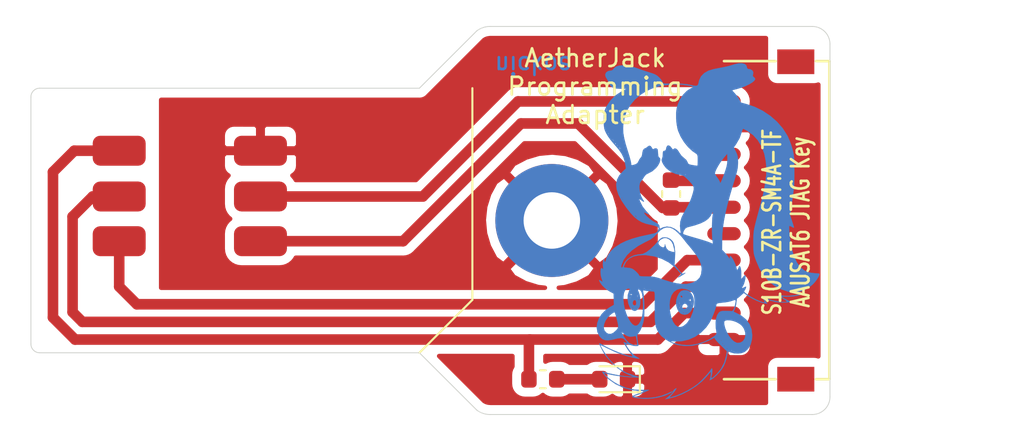
<source format=kicad_pcb>
(kicad_pcb (version 20171130) (host pcbnew "(5.1.4-113-gf2e75c96b)")

  (general
    (thickness 0.8)
    (drawings 19)
    (tracks 43)
    (zones 0)
    (modules 7)
    (nets 11)
  )

  (page A4)
  (layers
    (0 F.Cu signal)
    (31 B.Cu signal)
    (32 B.Adhes user)
    (33 F.Adhes user)
    (34 B.Paste user)
    (35 F.Paste user)
    (36 B.SilkS user)
    (37 F.SilkS user)
    (38 B.Mask user)
    (39 F.Mask user)
    (40 Dwgs.User user)
    (41 Cmts.User user)
    (42 Eco1.User user)
    (43 Eco2.User user)
    (44 Edge.Cuts user)
    (45 Margin user)
    (46 B.CrtYd user)
    (47 F.CrtYd user hide)
    (48 B.Fab user)
    (49 F.Fab user hide)
  )

  (setup
    (last_trace_width 0.6)
    (user_trace_width 0.6)
    (user_trace_width 0.8)
    (user_trace_width 1)
    (user_trace_width 1.2)
    (trace_clearance 0.4)
    (zone_clearance 0.508)
    (zone_45_only no)
    (trace_min 0.2)
    (via_size 0.8)
    (via_drill 0.4)
    (via_min_size 0.4)
    (via_min_drill 0.3)
    (uvia_size 0.3)
    (uvia_drill 0.1)
    (uvias_allowed no)
    (uvia_min_size 0.2)
    (uvia_min_drill 0.1)
    (edge_width 0.05)
    (segment_width 0.2)
    (pcb_text_width 0.3)
    (pcb_text_size 1.5 1.5)
    (mod_edge_width 0.12)
    (mod_text_size 1 1)
    (mod_text_width 0.15)
    (pad_size 6.4 6.4)
    (pad_drill 3.2)
    (pad_to_mask_clearance 0.051)
    (solder_mask_min_width 0.25)
    (aux_axis_origin 0 0)
    (visible_elements FFFFFF7F)
    (pcbplotparams
      (layerselection 0x010fc_ffffffff)
      (usegerberextensions false)
      (usegerberattributes true)
      (usegerberadvancedattributes false)
      (creategerberjobfile true)
      (excludeedgelayer true)
      (linewidth 0.100000)
      (plotframeref false)
      (viasonmask false)
      (mode 1)
      (useauxorigin false)
      (hpglpennumber 1)
      (hpglpenspeed 20)
      (hpglpendiameter 15.000000)
      (psnegative false)
      (psa4output false)
      (plotreference true)
      (plotvalue true)
      (plotinvisibletext false)
      (padsonsilk false)
      (subtractmaskfromsilk false)
      (outputformat 1)
      (mirror false)
      (drillshape 0)
      (scaleselection 1)
      (outputdirectory "gerber"))
  )

  (net 0 "")
  (net 1 GND)
  (net 2 /SWCLK)
  (net 3 /STM_RESET)
  (net 4 +3V3)
  (net 5 "Net-(J2-Pad4)")
  (net 6 "Net-(J2-Pad6)")
  (net 7 "Net-(J2-Pad3)")
  (net 8 "Net-(D1-Pad2)")
  (net 9 /UART4_TX)
  (net 10 /SWDIO)

  (net_class Default "This is the default net class."
    (clearance 0.4)
    (trace_width 0.6)
    (via_dia 0.8)
    (via_drill 0.4)
    (uvia_dia 0.3)
    (uvia_drill 0.1)
    (add_net +3V3)
    (add_net /STM_RESET)
    (add_net /SWCLK)
    (add_net /SWDIO)
    (add_net /UART4_TX)
    (add_net GND)
    (add_net "Net-(D1-Pad2)")
    (add_net "Net-(J2-Pad3)")
    (add_net "Net-(J2-Pad4)")
    (add_net "Net-(J2-Pad6)")
  )

  (module aausat:skunk (layer B.Cu) (tedit 5DACD5BD) (tstamp 5DAD263F)
    (at 160.1 66.1)
    (fp_text reference G*** (at 0 0) (layer B.SilkS) hide
      (effects (font (size 1.524 1.524) (thickness 0.3)) (justify mirror))
    )
    (fp_text value LOGO (at 0.75 0) (layer B.SilkS) hide
      (effects (font (size 1.524 1.524) (thickness 0.3)) (justify mirror))
    )
    (fp_poly (pts (xy -1.15196 4.701561) (xy -1.015103 4.591399) (xy -0.905647 4.424585) (xy -0.832512 4.214855)
      (xy -0.804617 3.975945) (xy -0.804569 3.967064) (xy -0.832022 3.794234) (xy -0.903887 3.616432)
      (xy -1.003728 3.468485) (xy -1.067186 3.410631) (xy -1.206012 3.356553) (xy -1.36967 3.351783)
      (xy -1.517196 3.395587) (xy -1.553817 3.419358) (xy -1.654534 3.537606) (xy -1.73669 3.700639)
      (xy -1.566333 3.700639) (xy -1.541656 3.65428) (xy -1.490881 3.661673) (xy -1.449035 3.717396)
      (xy -1.467459 3.76058) (xy -1.499305 3.767667) (xy -1.557621 3.733582) (xy -1.566333 3.700639)
      (xy -1.73669 3.700639) (xy -1.740824 3.708841) (xy -1.799687 3.901395) (xy -1.801355 3.915834)
      (xy -1.058333 3.915834) (xy -1.035474 3.859498) (xy -1.016 3.852334) (xy -0.978443 3.886622)
      (xy -0.973666 3.915834) (xy -0.996525 3.97217) (xy -1.016 3.979334) (xy -1.053557 3.945046)
      (xy -1.058333 3.915834) (xy -1.801355 3.915834) (xy -1.816028 4.042834) (xy -0.931333 4.042834)
      (xy -0.910166 4.021667) (xy -0.889 4.042834) (xy -0.910166 4.064) (xy -0.931333 4.042834)
      (xy -1.816028 4.042834) (xy -1.818474 4.064) (xy -1.815776 4.085167) (xy -1.651 4.085167)
      (xy -1.629833 4.064) (xy -1.608666 4.085167) (xy -1.629833 4.106334) (xy -1.651 4.085167)
      (xy -1.815776 4.085167) (xy -1.794187 4.2545) (xy -1.566333 4.2545) (xy -1.545166 4.233334)
      (xy -1.524 4.2545) (xy -1.53342 4.263921) (xy -1.471418 4.263921) (xy -1.437844 4.188217)
      (xy -1.363036 4.118426) (xy -1.270439 4.117443) (xy -1.25827 4.1275) (xy -0.973666 4.1275)
      (xy -0.9525 4.106334) (xy -0.931333 4.1275) (xy -0.9525 4.148667) (xy -0.973666 4.1275)
      (xy -1.25827 4.1275) (xy -1.189845 4.184047) (xy -1.181187 4.198747) (xy -1.155739 4.275081)
      (xy -1.190022 4.336074) (xy -1.225962 4.367466) (xy -1.316168 4.417833) (xy -1.398407 4.401897)
      (xy -1.400931 4.400563) (xy -1.469424 4.342722) (xy -1.471418 4.263921) (xy -1.53342 4.263921)
      (xy -1.545166 4.275667) (xy -1.566333 4.2545) (xy -1.794187 4.2545) (xy -1.793754 4.257893)
      (xy -1.765566 4.339167) (xy -1.651 4.339167) (xy -1.629833 4.318) (xy -1.608666 4.339167)
      (xy -1.629833 4.360334) (xy -1.651 4.339167) (xy -1.765566 4.339167) (xy -1.7362 4.423834)
      (xy -1.185333 4.423834) (xy -1.164166 4.402667) (xy -1.143 4.423834) (xy -1.164166 4.445)
      (xy -1.185333 4.423834) (xy -1.7362 4.423834) (xy -1.728033 4.44738) (xy -1.633966 4.602506)
      (xy -1.592336 4.642556) (xy -1.425222 4.642556) (xy -1.419411 4.617389) (xy -1.397 4.614334)
      (xy -1.362155 4.629823) (xy -1.365107 4.6355) (xy -1.27 4.6355) (xy -1.248833 4.614334)
      (xy -1.227666 4.6355) (xy -1.248833 4.656667) (xy -1.27 4.6355) (xy -1.365107 4.6355)
      (xy -1.368778 4.642556) (xy -1.419017 4.647623) (xy -1.425222 4.642556) (xy -1.592336 4.642556)
      (xy -1.561495 4.672225) (xy -1.450842 4.71973) (xy -1.316182 4.741225) (xy -1.307299 4.741334)
      (xy -1.15196 4.701561)) (layer B.Cu) (width 0.01))
    (fp_poly (pts (xy -2.264833 9.501898) (xy -1.873343 9.402829) (xy -1.464825 9.243106) (xy -1.060025 9.034592)
      (xy -0.679693 8.789148) (xy -0.344575 8.518634) (xy -0.098865 8.263648) (xy 0.004415 8.140014)
      (xy 0.089259 8.039586) (xy 0.13874 7.982387) (xy 0.141075 7.979834) (xy 0.157811 7.990917)
      (xy 0.160584 8.060814) (xy 0.151688 8.165248) (xy 0.13342 8.279941) (xy 0.108073 8.380617)
      (xy 0.101413 8.399423) (xy 0.088275 8.45032) (xy 0.120348 8.448843) (xy 0.173498 8.422128)
      (xy 0.321873 8.318443) (xy 0.489691 8.163528) (xy 0.655738 7.98042) (xy 0.798799 7.792156)
      (xy 0.883634 7.65097) (xy 0.963836 7.463072) (xy 1.032036 7.252287) (xy 1.06432 7.112)
      (xy 1.089595 6.970562) (xy 1.109965 6.867417) (xy 1.120748 6.825695) (xy 1.161445 6.833202)
      (xy 1.171527 6.836834) (xy 1.439334 6.836834) (xy 1.4605 6.815667) (xy 1.481667 6.836834)
      (xy 1.4605 6.858) (xy 1.439334 6.836834) (xy 1.171527 6.836834) (xy 1.25142 6.865613)
      (xy 1.283307 6.878611) (xy 1.285379 6.879167) (xy 1.651 6.879167) (xy 1.672167 6.858)
      (xy 1.693334 6.879167) (xy 1.672167 6.900334) (xy 1.651 6.879167) (xy 1.285379 6.879167)
      (xy 1.479749 6.931307) (xy 1.697159 6.943682) (xy 1.90384 6.917021) (xy 2.068096 6.852611)
      (xy 2.077649 6.84641) (xy 2.274266 6.667158) (xy 2.408528 6.435039) (xy 2.481756 6.147079)
      (xy 2.497431 5.902458) (xy 2.459087 5.570759) (xy 2.344821 5.275157) (xy 2.156739 5.01889)
      (xy 1.896949 4.805196) (xy 1.717063 4.703421) (xy 1.439787 4.566918) (xy 1.507697 4.435595)
      (xy 1.549884 4.318342) (xy 1.584571 4.159805) (xy 1.598017 4.057136) (xy 1.615161 3.925305)
      (xy 1.63675 3.835647) (xy 1.653866 3.810001) (xy 1.701409 3.783197) (xy 1.786134 3.714706)
      (xy 1.844407 3.661834) (xy 1.937399 3.577467) (xy 2.003342 3.523804) (xy 2.021246 3.513667)
      (xy 2.063055 3.53766) (xy 2.147221 3.598689) (xy 2.201187 3.640551) (xy 2.361628 3.748815)
      (xy 2.566588 3.860892) (xy 2.787931 3.963749) (xy 2.997519 4.044355) (xy 3.167215 4.089677)
      (xy 3.1728 4.090576) (xy 3.361099 4.119836) (xy 3.26805 4.001543) (xy 3.205979 3.914582)
      (xy 3.175608 3.856236) (xy 3.175 3.851879) (xy 3.211087 3.849347) (xy 3.305876 3.872514)
      (xy 3.439156 3.916399) (xy 3.444551 3.918351) (xy 3.8228 4.020151) (xy 4.207396 4.058264)
      (xy 4.467088 4.04455) (xy 4.705802 4.014725) (xy 4.453501 3.895406) (xy 4.320675 3.828706)
      (xy 4.220802 3.771328) (xy 4.177418 3.737605) (xy 4.201821 3.719161) (xy 4.293211 3.712679)
      (xy 4.399909 3.716938) (xy 4.5947 3.718342) (xy 4.814143 3.700306) (xy 5.030347 3.66704)
      (xy 5.215422 3.622751) (xy 5.334 3.57601) (xy 5.395052 3.539095) (xy 5.396134 3.521673)
      (xy 5.327541 3.516034) (xy 5.257418 3.515167) (xy 5.145099 3.505727) (xy 5.099141 3.482197)
      (xy 5.101167 3.471334) (xy 5.161673 3.433919) (xy 5.198915 3.428587) (xy 5.316781 3.402101)
      (xy 5.474814 3.332268) (xy 5.649877 3.231963) (xy 5.818831 3.114062) (xy 5.924358 3.024897)
      (xy 6.049362 2.890916) (xy 6.16366 2.738781) (xy 6.252736 2.590984) (xy 6.30207 2.47002)
      (xy 6.307448 2.431385) (xy 6.268644 2.411229) (xy 6.167033 2.396153) (xy 6.024449 2.389372)
      (xy 6.021698 2.389346) (xy 5.719192 2.349044) (xy 5.452445 2.233504) (xy 5.22124 2.042396)
      (xy 5.025362 1.77539) (xy 4.864597 1.432157) (xy 4.738728 1.012367) (xy 4.64754 0.51569)
      (xy 4.614627 0.235809) (xy 4.59753 0.03934) (xy 4.587468 -0.125076) (xy 4.585223 -0.239915)
      (xy 4.591281 -0.287391) (xy 4.640723 -0.285133) (xy 4.729155 -0.246398) (xy 4.746659 -0.236421)
      (xy 4.833013 -0.192628) (xy 4.862705 -0.199536) (xy 4.860571 -0.21748) (xy 4.84065 -0.28376)
      (xy 4.802455 -0.406185) (xy 4.753627 -0.560301) (xy 4.744975 -0.587404) (xy 4.645188 -0.899642)
      (xy 4.767241 -1.751571) (xy 4.813552 -2.088963) (xy 4.846542 -2.371208) (xy 4.868194 -2.626427)
      (xy 4.880488 -2.882745) (xy 4.885405 -3.168287) (xy 4.885395 -3.429) (xy 4.883047 -3.725216)
      (xy 4.878082 -3.954583) (xy 4.868865 -4.134912) (xy 4.85376 -4.284016) (xy 4.831132 -4.419705)
      (xy 4.799346 -4.559792) (xy 4.771801 -4.666142) (xy 4.701644 -4.893481) (xy 4.611186 -5.137335)
      (xy 4.516726 -5.354812) (xy 4.488603 -5.411277) (xy 4.232179 -5.817459) (xy 3.906223 -6.193604)
      (xy 3.52342 -6.5299) (xy 3.096453 -6.816533) (xy 2.638008 -7.043689) (xy 2.181312 -7.196373)
      (xy 2.027036 -7.236925) (xy 1.909792 -7.269823) (xy 1.849161 -7.289499) (xy 1.84493 -7.292014)
      (xy 1.787113 -7.417286) (xy 1.693091 -7.571741) (xy 1.58417 -7.722419) (xy 1.513336 -7.804986)
      (xy 1.4278 -7.898718) (xy 1.374666 -7.963705) (xy 1.36517 -7.982216) (xy 1.408416 -7.996627)
      (xy 1.511482 -8.025148) (xy 1.651 -8.061336) (xy 1.893927 -8.134272) (xy 2.125672 -8.224768)
      (xy 2.332498 -8.325246) (xy 2.50067 -8.428127) (xy 2.61645 -8.525834) (xy 2.666104 -8.610787)
      (xy 2.667 -8.621853) (xy 2.634589 -8.6867) (xy 2.586309 -8.728008) (xy 2.530806 -8.785501)
      (xy 2.539987 -8.868428) (xy 2.543982 -8.879305) (xy 2.557551 -9.010242) (xy 2.499213 -9.113286)
      (xy 2.380504 -9.17489) (xy 2.282538 -9.186333) (xy 2.214281 -9.217922) (xy 2.201334 -9.271)
      (xy 2.165595 -9.394799) (xy 2.065203 -9.476831) (xy 1.910391 -9.514827) (xy 1.711394 -9.50652)
      (xy 1.478446 -9.449641) (xy 1.445825 -9.438427) (xy 1.289906 -9.390257) (xy 1.091249 -9.338678)
      (xy 0.89063 -9.294207) (xy 0.874325 -9.291001) (xy 0.678969 -9.253006) (xy 0.484785 -9.215153)
      (xy 0.330574 -9.185008) (xy 0.3175 -9.182445) (xy 0.016984 -9.091895) (xy -0.224837 -8.952245)
      (xy -0.402188 -8.768519) (xy -0.509293 -8.545745) (xy -0.531694 -8.443399) (xy -0.558525 -8.325978)
      (xy -0.606096 -8.257183) (xy -0.689561 -8.231863) (xy -0.824073 -8.244869) (xy -0.999114 -8.284533)
      (xy -1.169342 -8.318786) (xy -1.370343 -8.341462) (xy -1.61996 -8.353952) (xy -1.93604 -8.357648)
      (xy -1.93675 -8.357647) (xy -2.183339 -8.358075) (xy -2.357709 -8.360805) (xy -2.472302 -8.367399)
      (xy -2.539562 -8.379419) (xy -2.571933 -8.398427) (xy -2.581858 -8.425983) (xy -2.582333 -8.438665)
      (xy -2.610872 -8.511044) (xy -2.684756 -8.614506) (xy -2.762752 -8.700559) (xy -2.868459 -8.796024)
      (xy -2.978718 -8.867322) (xy -3.119404 -8.927973) (xy -3.316393 -8.991498) (xy -3.323669 -8.993656)
      (xy -3.547495 -9.064039) (xy -3.792198 -9.147348) (xy -4.010637 -9.227436) (xy -4.042833 -9.239989)
      (xy -4.313665 -9.327917) (xy -4.579881 -9.379985) (xy -4.827734 -9.396581) (xy -5.043476 -9.378095)
      (xy -5.213359 -9.324913) (xy -5.323638 -9.237423) (xy -5.343624 -9.203283) (xy -5.419462 -9.11838)
      (xy -5.48697 -9.101666) (xy -5.655294 -9.073079) (xy -5.770623 -8.996485) (xy -5.824091 -8.885637)
      (xy -5.80683 -8.754288) (xy -5.761823 -8.675352) (xy -5.684629 -8.546889) (xy -5.621515 -8.403196)
      (xy -5.618796 -8.395172) (xy -5.539245 -8.24608) (xy -5.409908 -8.144431) (xy -5.221711 -8.085782)
      (xy -4.96558 -8.065691) (xy -4.945616 -8.065614) (xy -4.620556 -8.065614) (xy -4.900702 -7.917726)
      (xy -5.240416 -7.69403) (xy -5.52345 -7.414623) (xy -5.740187 -7.089217) (xy -5.760348 -7.049447)
      (xy -5.824515 -6.914178) (xy -5.845988 -6.858) (xy -5.757333 -6.858) (xy -5.741844 -6.892845)
      (xy -5.729111 -6.886222) (xy -5.724044 -6.835982) (xy -5.729111 -6.829777) (xy -5.754278 -6.835588)
      (xy -5.757333 -6.858) (xy -5.845988 -6.858) (xy -5.866327 -6.804789) (xy -5.890553 -6.696208)
      (xy -5.901965 -6.563363) (xy -5.905335 -6.381184) (xy -5.9055 -6.286705) (xy -5.903921 -6.07607)
      (xy -5.896175 -5.925412) (xy -5.878548 -5.815065) (xy -4.816159 -5.815065) (xy -4.806029 -5.993589)
      (xy -4.731834 -6.424851) (xy -4.604611 -6.799139) (xy -4.418252 -7.129956) (xy -4.166646 -7.430807)
      (xy -4.146862 -7.450666) (xy -3.854784 -7.708634) (xy -3.547361 -7.910235) (xy -3.19622 -8.072868)
      (xy -3.037891 -8.13066) (xy -2.551097 -8.256918) (xy -2.033934 -8.316824) (xy -1.510433 -8.308905)
      (xy -1.090083 -8.25012) (xy -0.960157 -8.219825) (xy -0.871843 -8.191455) (xy -0.846666 -8.174823)
      (xy -0.881067 -8.141507) (xy -0.964398 -8.096579) (xy -0.969786 -8.09417) (xy -1.203054 -7.948119)
      (xy -1.413669 -7.73349) (xy -1.590848 -7.465534) (xy -1.723812 -7.159503) (xy -1.753894 -7.0485)
      (xy -1.693333 -7.0485) (xy -1.672166 -7.069666) (xy -1.651 -7.0485) (xy -1.672166 -7.027333)
      (xy -1.693333 -7.0485) (xy -1.753894 -7.0485) (xy -1.781831 -6.945417) (xy -1.804777 -6.752166)
      (xy -1.735666 -6.752166) (xy -1.7145 -6.773333) (xy -1.693333 -6.752166) (xy -1.7145 -6.731)
      (xy -1.735666 -6.752166) (xy -1.804777 -6.752166) (xy -1.811116 -6.698783) (xy -1.812107 -6.407333)
      (xy -1.787095 -6.1052) (xy -1.738369 -5.826518) (xy -1.696917 -5.679499) (xy -1.555696 -5.355242)
      (xy -1.363192 -5.042136) (xy -1.30813 -4.974166) (xy -1.227666 -4.974166) (xy -1.2065 -4.995333)
      (xy -1.185333 -4.974166) (xy -1.2065 -4.953) (xy -1.227666 -4.974166) (xy -1.30813 -4.974166)
      (xy -1.239543 -4.8895) (xy -1.185333 -4.8895) (xy -1.164166 -4.910666) (xy -1.143 -4.8895)
      (xy -1.164166 -4.868333) (xy -1.185333 -4.8895) (xy -1.239543 -4.8895) (xy -1.135009 -4.760461)
      (xy -1.000109 -4.6355) (xy -0.889 -4.6355) (xy -0.867833 -4.656666) (xy -0.846666 -4.6355)
      (xy -0.867833 -4.614333) (xy -0.889 -4.6355) (xy -1.000109 -4.6355) (xy -0.886751 -4.530495)
      (xy -0.73025 -4.423166) (xy -0.647062 -4.36545) (xy -0.605465 -4.299866) (xy -0.590235 -4.194928)
      (xy -0.587981 -4.128955) (xy -0.587235 -3.971146) (xy -0.591267 -3.831068) (xy -0.599005 -3.73245)
      (xy -0.607367 -3.699163) (xy -0.648903 -3.703019) (xy -0.75063 -3.718053) (xy -0.871613 -3.737848)
      (xy -1.015708 -3.765863) (xy -1.098472 -3.797017) (xy -1.142617 -3.844673) (xy -1.167947 -3.912184)
      (xy -1.242179 -4.03862) (xy -1.369536 -4.147949) (xy -1.51185 -4.274768) (xy -1.628538 -4.442614)
      (xy -1.633247 -4.451736) (xy -1.721756 -4.588899) (xy -1.814483 -4.671102) (xy -1.898426 -4.690269)
      (xy -1.953393 -4.650613) (xy -1.991236 -4.618195) (xy -2.031161 -4.660886) (xy -2.033708 -4.66516)
      (xy -2.132633 -4.795982) (xy -2.226449 -4.855296) (xy -2.305081 -4.842104) (xy -2.358454 -4.755405)
      (xy -2.370666 -4.69859) (xy -2.398568 -4.593624) (xy -2.450374 -4.553284) (xy -2.4765 -4.550833)
      (xy -2.528849 -4.538421) (xy -2.555054 -4.487101) (xy -2.564503 -4.375747) (xy -2.565076 -4.351545)
      (xy -2.576821 -4.22038) (xy -2.601933 -4.120755) (xy -2.615402 -4.096329) (xy -2.631013 -4.016464)
      (xy -2.595829 -3.895409) (xy -2.518738 -3.752026) (xy -2.408628 -3.605178) (xy -2.358301 -3.550682)
      (xy -2.17434 -3.407833) (xy -2.074333 -3.407833) (xy -2.053166 -3.429) (xy -2.032 -3.407833)
      (xy -2.053166 -3.386666) (xy -2.074333 -3.407833) (xy -2.17434 -3.407833) (xy -2.113517 -3.360603)
      (xy -2.026279 -3.323166) (xy -1.820333 -3.323166) (xy -1.799166 -3.344333) (xy -1.778 -3.323166)
      (xy -1.799166 -3.302) (xy -1.820333 -3.323166) (xy -2.026279 -3.323166) (xy -1.897051 -3.26771)
      (xy 0.381034 -3.26771) (xy 0.405095 -3.367111) (xy 0.469829 -3.5138) (xy 0.564185 -3.688032)
      (xy 0.677113 -3.870064) (xy 0.797562 -4.040153) (xy 0.850679 -4.106822) (xy 1.0795 -4.3815)
      (xy 1.093166 -4.169833) (xy 1.092264 -3.999427) (xy 1.074469 -3.807087) (xy 1.060455 -3.720694)
      (xy 1.030867 -3.600759) (xy 0.984741 -3.449573) (xy 0.927842 -3.282062) (xy 0.865932 -3.113151)
      (xy 0.804774 -2.957768) (xy 0.750131 -2.830837) (xy 0.707767 -2.747285) (xy 0.683444 -2.722037)
      (xy 0.67987 -2.734995) (xy 0.653639 -2.81677) (xy 0.588787 -2.93288) (xy 0.529167 -3.018206)
      (xy 0.448249 -3.133251) (xy 0.394446 -3.227125) (xy 0.381034 -3.26771) (xy -1.897051 -3.26771)
      (xy -1.821706 -3.235377) (xy -1.633797 -3.196166) (xy -1.312333 -3.196166) (xy -1.291166 -3.217333)
      (xy -1.27 -3.196166) (xy -1.291166 -3.175) (xy -1.312333 -3.196166) (xy -1.633797 -3.196166)
      (xy -1.616084 -3.19247) (xy -1.507027 -3.174334) (xy -1.419912 -3.144287) (xy -1.334656 -3.089593)
      (xy -1.231175 -2.997519) (xy -1.0975 -2.863623) (xy -0.95004 -2.707832) (xy -0.85781 -2.58633)
      (xy -0.814784 -2.474961) (xy -0.814935 -2.349568) (xy -0.852237 -2.185994) (xy -0.893769 -2.047042)
      (xy -0.946632 -1.884723) (xy -1.002411 -1.738153) (xy -1.070197 -1.587999) (xy -1.159082 -1.414929)
      (xy -1.278158 -1.19961) (xy -1.359483 -1.056748) (xy -1.497639 -0.780778) (xy -1.574149 -0.532564)
      (xy -1.594053 -0.287694) (xy -1.567541 -0.048936) (xy -1.553671 0.075681) (xy -1.568123 0.112017)
      (xy -1.4187 0.112017) (xy -1.387777 0.011445) (xy -1.370346 -0.026732) (xy -1.291756 -0.146193)
      (xy -1.189953 -0.208473) (xy -1.143 -0.221773) (xy -0.743667 -0.327072) (xy -0.422536 -0.439635)
      (xy -0.173231 -0.562813) (xy 0.010623 -0.699958) (xy 0.135402 -0.854422) (xy 0.164471 -0.909278)
      (xy 0.219358 -1.018552) (xy 0.259509 -1.084713) (xy 0.27225 -1.094735) (xy 0.274029 -1.048008)
      (xy 0.264493 -0.94351) (xy 0.25177 -0.846666) (xy 0.234614 -0.675687) (xy 0.223391 -0.454679)
      (xy 0.218127 -0.207394) (xy 0.21885 0.042415) (xy 0.225589 0.270995) (xy 0.23837 0.454594)
      (xy 0.25016 0.53975) (xy 0.268779 0.648729) (xy 0.27494 0.712657) (xy 0.272992 0.719667)
      (xy 0.230634 0.704527) (xy 0.136652 0.666087) (xy 0.077384 0.640952) (xy -0.028561 0.601567)
      (xy -0.196445 0.546189) (xy -0.406505 0.481043) (xy -0.63898 0.41235) (xy -0.741043 0.383235)
      (xy -0.96189 0.319432) (xy -1.154193 0.260992) (xy -1.30299 0.212687) (xy -1.393321 0.179289)
      (xy -1.41268 0.168987) (xy -1.4187 0.112017) (xy -1.568123 0.112017) (xy -1.572323 0.122575)
      (xy -1.624077 0.092435) (xy -1.6564 0.05627) (xy -1.725201 -0.007088) (xy -1.835602 -0.089527)
      (xy -1.902705 -0.13423) (xy -2.115104 -0.227825) (xy -2.338674 -0.254697) (xy -2.548293 -0.212819)
      (xy -2.597755 -0.190239) (xy -2.695466 -0.141733) (xy -2.739545 -0.136587) (xy -2.751567 -0.179268)
      (xy -2.752315 -0.22225) (xy -2.760212 -0.300655) (xy -2.79306 -0.361561) (xy -2.866477 -0.420302)
      (xy -2.99608 -0.49221) (xy -3.060383 -0.524715) (xy -3.17593 -0.594442) (xy -3.303764 -0.689855)
      (xy -3.428355 -0.796566) (xy -3.534175 -0.900189) (xy -3.605693 -0.986336) (xy -3.62738 -1.040618)
      (xy -3.623947 -1.04683) (xy -3.578643 -1.041444) (xy -3.491088 -1.004898) (xy -3.477369 -0.997954)
      (xy -3.383258 -0.951142) (xy -3.344297 -0.940705) (xy -3.361666 -0.973472) (xy -3.436547 -1.056275)
      (xy -3.498727 -1.121502) (xy -3.710034 -1.38889) (xy -3.853456 -1.673841) (xy -3.872936 -1.731432)
      (xy -3.904402 -1.83303) (xy -3.776583 -1.742015) (xy -3.6716 -1.672397) (xy -3.628104 -1.65994)
      (xy -3.642978 -1.707087) (xy -3.702166 -1.800246) (xy -3.790075 -1.969363) (xy -3.85225 -2.167583)
      (xy -3.886524 -2.373517) (xy -3.890726 -2.565774) (xy -3.862687 -2.722965) (xy -3.805495 -2.819188)
      (xy -3.726763 -2.911247) (xy -3.648711 -3.033112) (xy -3.637685 -3.053911) (xy -3.524378 -3.198183)
      (xy -3.4202 -3.25639) (xy -3.170937 -3.383584) (xy -2.95005 -3.573212) (xy -2.836658 -3.716956)
      (xy -2.753129 -3.873347) (xy -2.71402 -4.01399) (xy -2.721777 -4.121316) (xy -2.772833 -4.175691)
      (xy -2.819793 -4.236363) (xy -2.836288 -4.372731) (xy -2.836333 -4.382566) (xy -2.842092 -4.512382)
      (xy -2.856459 -4.613175) (xy -2.862029 -4.632037) (xy -2.921381 -4.689125) (xy -3.010759 -4.691072)
      (xy -3.07984 -4.650226) (xy -3.124396 -4.633532) (xy -3.168006 -4.68904) (xy -3.178707 -4.711397)
      (xy -3.251914 -4.818511) (xy -3.335993 -4.841738) (xy -3.42996 -4.782706) (xy -3.504375 -4.721072)
      (xy -3.552976 -4.699) (xy -3.6327 -4.660878) (xy -3.694828 -4.56327) (xy -3.724562 -4.431307)
      (xy -3.725333 -4.406203) (xy -3.755114 -4.246211) (xy -3.809453 -4.170327) (xy -3.883749 -4.075731)
      (xy -3.943274 -3.956757) (xy -4.006595 -3.847764) (xy -4.11565 -3.783506) (xy -4.149815 -3.772324)
      (xy -4.272731 -3.737597) (xy -4.335107 -3.733845) (xy -4.357543 -3.767851) (xy -4.360623 -3.84175)
      (xy -4.373589 -3.923194) (xy -4.408984 -4.066671) (xy -4.461881 -4.254087) (xy -4.527353 -4.467348)
      (xy -4.55063 -4.539553) (xy -4.671722 -4.93639) (xy -4.754765 -5.272284) (xy -4.802123 -5.560691)
      (xy -4.816159 -5.815065) (xy -5.878548 -5.815065) (xy -5.877748 -5.810061) (xy -5.844127 -5.705343)
      (xy -5.790797 -5.586586) (xy -5.769387 -5.542717) (xy -5.758614 -5.5245) (xy -5.672666 -5.5245)
      (xy -5.6515 -5.545666) (xy -5.630333 -5.5245) (xy -5.6515 -5.503333) (xy -5.672666 -5.5245)
      (xy -5.758614 -5.5245) (xy -5.659689 -5.357228) (xy -5.534589 -5.185833) (xy -5.461 -5.185833)
      (xy -5.439833 -5.207) (xy -5.418666 -5.185833) (xy -5.439833 -5.164666) (xy -5.461 -5.185833)
      (xy -5.534589 -5.185833) (xy -5.50369 -5.1435) (xy -5.376333 -5.1435) (xy -5.355166 -5.164666)
      (xy -5.334 -5.1435) (xy -5.355166 -5.122333) (xy -5.376333 -5.1435) (xy -5.50369 -5.1435)
      (xy -5.501181 -5.140063) (xy -5.376907 -4.992577) (xy -5.281287 -4.992577) (xy -5.275497 -4.995333)
      (xy -5.236864 -4.965531) (xy -5.228166 -4.953) (xy -5.217379 -4.913422) (xy -5.22317 -4.910666)
      (xy -5.261802 -4.940468) (xy -5.2705 -4.953) (xy -5.281287 -4.992577) (xy -5.376907 -4.992577)
      (xy -5.310291 -4.913519) (xy -5.286474 -4.887292) (xy -5.252195 -4.847166) (xy -5.164666 -4.847166)
      (xy -5.1435 -4.868333) (xy -5.122333 -4.847166) (xy -5.1435 -4.826) (xy -5.164666 -4.847166)
      (xy -5.252195 -4.847166) (xy -5.159429 -4.738577) (xy -5.027287 -4.738577) (xy -5.021497 -4.741333)
      (xy -4.982864 -4.711531) (xy -4.974166 -4.699) (xy -4.963379 -4.659422) (xy -4.96917 -4.656666)
      (xy -5.007802 -4.686468) (xy -5.0165 -4.699) (xy -5.027287 -4.738577) (xy -5.159429 -4.738577)
      (xy -5.063292 -4.626043) (xy -4.901033 -4.391267) (xy -4.789246 -4.163891) (xy -4.717482 -3.924843)
      (xy -4.695485 -3.808519) (xy -4.653526 -3.547978) (xy -4.840475 -3.372072) (xy -5.034761 -3.149016)
      (xy -5.156224 -2.911132) (xy -5.204452 -2.654519) (xy -5.179038 -2.375275) (xy -5.129342 -2.2225)
      (xy -5.08 -2.2225) (xy -5.058833 -2.243666) (xy -5.037666 -2.2225) (xy -5.058833 -2.201333)
      (xy -5.08 -2.2225) (xy -5.129342 -2.2225) (xy -5.1018 -2.137833) (xy -5.037666 -2.137833)
      (xy -5.0165 -2.159) (xy -4.995333 -2.137833) (xy -5.0165 -2.116666) (xy -5.037666 -2.137833)
      (xy -5.1018 -2.137833) (xy -5.079571 -2.069499) (xy -4.983523 -1.883833) (xy -4.910666 -1.883833)
      (xy -4.8895 -1.905) (xy -4.868333 -1.883833) (xy -4.8895 -1.862666) (xy -4.910666 -1.883833)
      (xy -4.983523 -1.883833) (xy -4.939723 -1.799166) (xy -4.868333 -1.799166) (xy -4.847166 -1.820333)
      (xy -4.826 -1.799166) (xy -4.847166 -1.778) (xy -4.868333 -1.799166) (xy -4.939723 -1.799166)
      (xy -4.905643 -1.73329) (xy -4.656845 -1.362745) (xy -4.625253 -1.320208) (xy -4.393212 -1.027188)
      (xy -4.249047 -0.873016) (xy -4.148666 -0.873016) (xy -4.128074 -0.885688) (xy -4.071797 -0.831306)
      (xy -4.0586 -0.814916) (xy -4.021988 -0.764773) (xy -4.04391 -0.775285) (xy -4.074583 -0.798933)
      (xy -4.133213 -0.851155) (xy -4.148666 -0.873016) (xy -4.249047 -0.873016) (xy -4.181605 -0.800893)
      (xy -3.975905 -0.630937) (xy -3.761583 -0.506935) (xy -3.524111 -0.4185) (xy -3.284716 -0.361903)
      (xy -3.060374 -0.30972) (xy -2.899445 -0.252368) (xy -2.810007 -0.193221) (xy -2.794 -0.157047)
      (xy -2.811832 -0.098411) (xy -2.85473 -0.005357) (xy -2.854934 -0.004961) (xy -2.888157 0.047485)
      (xy -2.935562 0.087252) (xy -3.013237 0.120694) (xy -3.13727 0.154167) (xy -3.323749 0.194026)
      (xy -3.394684 0.208261) (xy -3.883187 0.316474) (xy -4.298624 0.433389) (xy -4.652494 0.5635)
      (xy -4.956294 0.7113) (xy -5.22152 0.881284) (xy -5.329099 0.964376) (xy -5.499818 1.131471)
      (xy -5.645274 1.325908) (xy -5.747565 1.521134) (xy -5.782626 1.636938) (xy -5.815749 1.731)
      (xy -5.854466 1.748002) (xy -5.882397 1.687789) (xy -5.887017 1.637919) (xy -5.891628 1.577811)
      (xy -5.90736 1.591101) (xy -5.933107 1.651) (xy -5.953822 1.753285) (xy -5.959177 1.89873)
      (xy -5.953997 1.989667) (xy -5.949324 2.057095) (xy -4.922603 2.057095) (xy -4.921769 1.992683)
      (xy -4.903557 1.915584) (xy -4.785052 1.631701) (xy -4.586451 1.356231) (xy -4.312218 1.093312)
      (xy -3.966814 0.847079) (xy -3.554703 0.621671) (xy -3.459714 0.577191) (xy -3.264637 0.477272)
      (xy -3.110823 0.366791) (xy -2.961353 0.21793) (xy -2.918703 0.169572) (xy -2.714127 -0.036163)
      (xy -2.521486 -0.162539) (xy -2.332224 -0.212349) (xy -2.137785 -0.188385) (xy -1.997521 -0.131007)
      (xy -1.857279 -0.035742) (xy -1.689698 0.115607) (xy -1.511258 0.306681) (xy -1.338441 0.521118)
      (xy -1.332458 0.529167) (xy -1.254907 0.631361) (xy -1.197521 0.702532) (xy -1.181525 0.719667)
      (xy -1.14585 0.759671) (xy -1.069697 0.850909) (xy -0.965415 0.978452) (xy -0.899823 1.059649)
      (xy 0.788435 1.059649) (xy 0.791875 0.519242) (xy 0.804566 0.163557) (xy 0.839513 -0.207599)
      (xy 0.89873 -0.604182) (xy 0.984232 -1.036149) (xy 1.098034 -1.513455) (xy 1.24215 -2.046055)
      (xy 1.418597 -2.643905) (xy 1.458144 -2.772833) (xy 1.543254 -3.052777) (xy 1.605224 -3.269439)
      (xy 1.647617 -3.439883) (xy 1.673993 -3.581172) (xy 1.687914 -3.71037) (xy 1.692943 -3.844542)
      (xy 1.693263 -3.899284) (xy 1.689406 -4.093812) (xy 1.673541 -4.235536) (xy 1.639359 -4.356122)
      (xy 1.580552 -4.487241) (xy 1.573246 -4.501809) (xy 1.453159 -4.739883) (xy 1.586022 -4.926757)
      (xy 1.783723 -5.269016) (xy 1.905043 -5.61975) (xy 1.938795 -5.728554) (xy 1.970574 -5.792302)
      (xy 1.980715 -5.799269) (xy 2.031107 -5.779465) (xy 2.130078 -5.728688) (xy 2.2225 -5.677131)
      (xy 2.546876 -5.44283) (xy 2.815844 -5.146721) (xy 3.027604 -4.79253) (xy 3.180355 -4.383983)
      (xy 3.272298 -3.924806) (xy 3.30168 -3.44379) (xy 3.288429 -3.170334) (xy 3.250671 -2.8398)
      (xy 3.192061 -2.474955) (xy 3.116253 -2.098568) (xy 3.02751 -1.735666) (xy 2.915799 -1.321378)
      (xy 2.823718 -0.979331) (xy 2.749367 -0.699886) (xy 2.690845 -0.473399) (xy 2.646251 -0.290231)
      (xy 2.613685 -0.140741) (xy 2.591247 -0.015286) (xy 2.577034 0.095774) (xy 2.569147 0.202081)
      (xy 2.565685 0.313276) (xy 2.564748 0.438999) (xy 2.564433 0.588893) (xy 2.564324 0.613834)
      (xy 2.563894 0.862082) (xy 2.567332 1.046731) (xy 2.577444 1.188841) (xy 2.597038 1.309472)
      (xy 2.62892 1.429684) (xy 2.675899 1.570538) (xy 2.701478 1.642804) (xy 2.901215 2.113437)
      (xy 3.1413 2.51134) (xy 3.426144 2.840444) (xy 3.760159 3.104681) (xy 4.147757 3.307982)
      (xy 4.59335 3.454278) (xy 4.78124 3.496225) (xy 5.228167 3.584617) (xy 4.913482 3.638944)
      (xy 4.556515 3.672637) (xy 4.280076 3.664389) (xy 3.961356 3.635507) (xy 4.065595 3.717222)
      (xy 4.173493 3.792017) (xy 4.304723 3.870794) (xy 4.327464 3.883199) (xy 4.417821 3.94016)
      (xy 4.459475 3.984221) (xy 4.457992 3.994564) (xy 4.382607 4.020596) (xy 4.245731 4.024316)
      (xy 4.066645 4.008799) (xy 3.864627 3.977123) (xy 3.65896 3.932362) (xy 3.468921 3.877592)
      (xy 3.313791 3.815891) (xy 3.302386 3.810197) (xy 3.193756 3.761006) (xy 3.119298 3.738834)
      (xy 3.102981 3.740909) (xy 3.105745 3.788872) (xy 3.140186 3.879382) (xy 3.1496 3.8989)
      (xy 3.190825 3.991924) (xy 3.205009 4.045954) (xy 3.2037 4.049412) (xy 3.149792 4.050061)
      (xy 3.039717 4.017471) (xy 2.891391 3.959388) (xy 2.722732 3.883559) (xy 2.551656 3.797732)
      (xy 2.396081 3.709653) (xy 2.348419 3.679604) (xy 2.187517 3.571938) (xy 2.089445 3.496916)
      (xy 2.044493 3.443527) (xy 2.04295 3.400757) (xy 2.069575 3.363384) (xy 2.110952 3.293117)
      (xy 2.136901 3.224852) (xy 2.15262 3.161173) (xy 2.132744 3.148702) (xy 2.059416 3.182022)
      (xy 2.035826 3.194189) (xy 1.946577 3.236756) (xy 1.912987 3.235699) (xy 1.931409 3.181397)
      (xy 1.991112 3.076225) (xy 2.034522 2.977807) (xy 2.072993 2.848859) (xy 2.102093 2.71307)
      (xy 2.117388 2.594133) (xy 2.114447 2.515737) (xy 2.099366 2.497667) (xy 2.055119 2.526669)
      (xy 1.983718 2.598062) (xy 1.969584 2.614084) (xy 1.868896 2.7305) (xy 1.875965 2.4765)
      (xy 1.872798 2.292526) (xy 1.854999 2.143303) (xy 1.826659 2.038715) (xy 1.791866 1.988642)
      (xy 1.754711 2.002965) (xy 1.719283 2.091567) (xy 1.718283 2.0955) (xy 1.679912 2.180309)
      (xy 1.63753 2.195728) (xy 1.610723 2.139865) (xy 1.608633 2.106084) (xy 1.588144 2.007562)
      (xy 1.535591 1.865952) (xy 1.464278 1.709568) (xy 1.387509 1.566719) (xy 1.318587 1.465719)
      (xy 1.297871 1.444734) (xy 1.245474 1.411808) (xy 1.228684 1.447182) (xy 1.227667 1.485903)
      (xy 1.227667 1.585173) (xy 1.157846 1.480503) (xy 1.08635 1.386552) (xy 0.985959 1.269521)
      (xy 0.938231 1.217742) (xy 0.788435 1.059649) (xy -0.899823 1.059649) (xy -0.880927 1.08304)
      (xy -0.667469 1.366559) (xy -0.515797 1.612951) (xy -0.419657 1.835478) (xy -0.372795 2.047402)
      (xy -0.365732 2.175654) (xy -0.393054 2.435232) (xy -0.477985 2.638282) (xy -0.627023 2.793147)
      (xy -0.846663 2.908168) (xy -0.967563 2.948368) (xy -1.20957 2.996303) (xy -1.473781 3.002511)
      (xy -1.772526 2.965552) (xy -2.118133 2.883986) (xy -2.4765 2.772245) (xy -2.71517 2.692701)
      (xy -2.896054 2.637492) (xy -3.041035 2.602293) (xy -3.171995 2.582778) (xy -3.310817 2.574622)
      (xy -3.479383 2.5735) (xy -3.481916 2.573513) (xy -3.657174 2.570846) (xy -3.795482 2.561944)
      (xy -3.878695 2.548363) (xy -3.894666 2.538128) (xy -3.925527 2.470703) (xy -4.003921 2.375019)
      (xy -4.108568 2.272146) (xy -4.218187 2.183149) (xy -4.305395 2.131528) (xy -4.441998 2.093228)
      (xy -4.596474 2.074661) (xy -4.615826 2.074334) (xy -4.724532 2.070171) (xy -4.768026 2.049158)
      (xy -4.765667 1.998502) (xy -4.75999 1.979084) (xy -4.646869 1.742988) (xy -4.470691 1.563228)
      (xy -4.231712 1.439927) (xy -3.930188 1.373211) (xy -3.566377 1.363202) (xy -3.49333 1.367501)
      (xy -3.044636 1.436544) (xy -2.619729 1.574957) (xy -2.231518 1.776559) (xy -1.892913 2.035171)
      (xy -1.716419 2.218066) (xy -1.516072 2.452575) (xy -1.636452 2.562343) (xy -1.691778 2.615729)
      (xy -1.698928 2.63318) (xy -1.651686 2.6122) (xy -1.543837 2.550296) (xy -1.418166 2.474739)
      (xy -1.323076 2.410911) (xy -1.286 2.374064) (xy -1.310159 2.372362) (xy -1.392938 2.410826)
      (xy -1.439493 2.420112) (xy -1.495075 2.391333) (xy -1.572779 2.314047) (xy -1.685702 2.17781)
      (xy -1.686631 2.176645) (xy -1.905287 1.902304) (xy -1.878252 1.550596) (xy -1.86731 1.19401)
      (xy -1.893389 0.900465) (xy -1.955772 0.675455) (xy -2.004409 0.58422) (xy -2.126902 0.459512)
      (xy -2.283153 0.379899) (xy -2.450356 0.349404) (xy -2.605704 0.372054) (xy -2.72639 0.451872)
      (xy -2.730049 0.456161) (xy -2.969694 0.726749) (xy -2.813675 0.726749) (xy -2.809887 0.618549)
      (xy -2.722856 0.512007) (xy -2.652637 0.462905) (xy -2.503026 0.394603) (xy -2.368321 0.394275)
      (xy -2.216906 0.462194) (xy -2.209369 0.466752) (xy -2.083019 0.579266) (xy -1.992526 0.746688)
      (xy -1.93126 0.981771) (xy -1.926115 1.011733) (xy -1.895424 1.197966) (xy -2.056431 1.171838)
      (xy -2.236374 1.107902) (xy -2.357642 0.98305) (xy -2.412969 0.841189) (xy -2.435461 0.752421)
      (xy -2.445955 0.742056) (xy -2.450654 0.805808) (xy -2.451 0.814917) (xy -2.480526 0.906221)
      (xy -2.553627 0.930796) (xy -2.660989 0.888025) (xy -2.733564 0.833603) (xy -2.813675 0.726749)
      (xy -2.969694 0.726749) (xy -3.019134 0.782572) (xy -3.276709 1.030783) (xy -3.503095 1.201049)
      (xy -3.698616 1.293622) (xy -3.816606 1.312334) (xy -3.943224 1.32472) (xy -4.103701 1.356342)
      (xy -4.1939 1.380168) (xy -4.382475 1.46412) (xy -4.559297 1.592254) (xy -4.702917 1.744759)
      (xy -4.791886 1.901823) (xy -4.804045 1.943744) (xy -4.83987 2.03428) (xy -4.887228 2.074236)
      (xy -4.889451 2.074334) (xy -4.922603 2.057095) (xy -5.949324 2.057095) (xy -5.945128 2.11764)
      (xy -5.951647 2.16812) (xy -5.974008 2.147527) (xy -6.021871 2.09402) (xy -6.058786 2.109792)
      (xy -6.083178 2.179979) (xy -6.093471 2.289713) (xy -6.088092 2.424128) (xy -6.065465 2.568359)
      (xy -6.031279 2.688167) (xy -5.993585 2.795717) (xy -5.971757 2.863634) (xy -5.969637 2.872953)
      (xy -5.999579 2.863852) (xy -6.072701 2.820454) (xy -6.074833 2.81906) (xy -6.152172 2.774807)
      (xy -6.175864 2.78477) (xy -6.149374 2.856015) (xy -6.120656 2.912519) (xy -6.016618 3.058538)
      (xy -5.861432 3.21489) (xy -5.681304 3.357493) (xy -5.545666 3.440903) (xy -5.355166 3.54136)
      (xy -5.341066 3.908779) (xy -4.796647 3.908779) (xy -4.793719 3.68564) (xy -4.761797 3.497843)
      (xy -4.700082 3.357203) (xy -4.607777 3.275533) (xy -4.531422 3.259667) (xy -4.450909 3.263617)
      (xy -4.438735 3.280834) (xy -3.640666 3.280834) (xy -3.6195 3.259667) (xy -3.598333 3.280834)
      (xy -3.6195 3.302) (xy -3.640666 3.280834) (xy -4.438735 3.280834) (xy -4.431382 3.291232)
      (xy -4.462315 3.366165) (xy -4.473781 3.389211) (xy -4.544119 3.610008) (xy -4.544692 3.6195)
      (xy -4.487333 3.6195) (xy -4.466166 3.598334) (xy -4.402666 3.598334) (xy -4.370452 3.557231)
      (xy -4.360333 3.556) (xy -4.31923 3.588215) (xy -4.318 3.598334) (xy -4.350214 3.639437)
      (xy -4.360333 3.640667) (xy -4.401436 3.608453) (xy -4.402666 3.598334) (xy -4.466166 3.598334)
      (xy -4.445 3.6195) (xy -4.466166 3.640667) (xy -4.487333 3.6195) (xy -4.544692 3.6195)
      (xy -4.548527 3.683) (xy -4.021666 3.683) (xy -4.006177 3.648155) (xy -3.993444 3.654778)
      (xy -3.988378 3.705018) (xy -3.993444 3.711223) (xy -4.018611 3.705412) (xy -4.021666 3.683)
      (xy -4.548527 3.683) (xy -4.55492 3.788834) (xy -4.445 3.788834) (xy -4.423833 3.767667)
      (xy -4.402666 3.788834) (xy -4.423833 3.81) (xy -4.445 3.788834) (xy -4.55492 3.788834)
      (xy -4.559039 3.85702) (xy -4.55325 3.894667) (xy -3.937 3.894667) (xy -3.921511 3.859822)
      (xy -3.908778 3.866445) (xy -3.903711 3.916685) (xy -3.908778 3.922889) (xy -3.933945 3.917078)
      (xy -3.937 3.894667) (xy -4.55325 3.894667) (xy -4.528866 4.053218) (xy -4.272665 4.053218)
      (xy -4.237576 3.960201) (xy -4.224337 3.944938) (xy -4.151242 3.906227) (xy -4.096941 3.946555)
      (xy -4.071274 4.040672) (xy -4.078583 4.160059) (xy -4.131278 4.216127) (xy -4.205088 4.209026)
      (xy -4.260905 4.148931) (xy -4.272665 4.053218) (xy -4.528866 4.053218) (xy -4.52131 4.10235)
      (xy -4.459528 4.2545) (xy -4.402666 4.2545) (xy -4.3815 4.233334) (xy -4.360333 4.2545)
      (xy -4.3815 4.275667) (xy -4.402666 4.2545) (xy -4.459528 4.2545) (xy -4.433702 4.3181)
      (xy -4.431847 4.320757) (xy -4.307621 4.320757) (xy -4.30183 4.318) (xy -4.274391 4.339167)
      (xy -4.021666 4.339167) (xy -4.0005 4.318) (xy -3.979333 4.339167) (xy -4.0005 4.360334)
      (xy -4.021666 4.339167) (xy -4.274391 4.339167) (xy -4.263197 4.347802) (xy -4.2545 4.360334)
      (xy -4.243712 4.399911) (xy -4.249503 4.402667) (xy -4.288136 4.372865) (xy -4.296833 4.360334)
      (xy -4.307621 4.320757) (xy -4.431847 4.320757) (xy -4.37292 4.405143) (xy -4.249529 4.506293)
      (xy -4.124378 4.524476) (xy -4.003852 4.461) (xy -3.894334 4.317171) (xy -3.888164 4.30585)
      (xy -3.851229 4.178373) (xy -3.838137 4.000533) (xy -3.847522 3.802794) (xy -3.878014 3.615617)
      (xy -3.925463 3.474975) (xy -3.973535 3.360158) (xy -3.969228 3.30901) (xy -3.909843 3.316641)
      (xy -3.896269 3.323167) (xy -3.302 3.323167) (xy -3.280833 3.302) (xy -3.259666 3.323167)
      (xy -3.280833 3.344334) (xy -3.302 3.323167) (xy -3.896269 3.323167) (xy -3.853152 3.343896)
      (xy -3.792053 3.416068) (xy -3.74067 3.551348) (xy -3.728935 3.599979) (xy -3.701377 3.793922)
      (xy -3.687276 4.035843) (xy -3.686328 4.296884) (xy -3.698234 4.54819) (xy -3.722693 4.760904)
      (xy -3.74201 4.853351) (xy -3.826422 5.101827) (xy -3.924771 5.270177) (xy -4.03497 5.357491)
      (xy -4.15493 5.362863) (xy -4.282563 5.285386) (xy -4.404308 5.141115) (xy -4.534379 4.918477)
      (xy -4.639447 4.67211) (xy -4.718713 4.413829) (xy -4.771379 4.155447) (xy -4.796647 3.908779)
      (xy -5.341066 3.908779) (xy -5.330618 4.18101) (xy -5.555235 4.307776) (xy -5.820623 4.493354)
      (xy -6.032314 4.714104) (xy -6.186637 4.958763) (xy -6.279921 5.216065) (xy -6.306784 5.459257)
      (xy -5.913166 5.459257) (xy -5.889394 5.271359) (xy -5.807532 5.074407) (xy -5.671384 4.881497)
      (xy -5.484755 4.705726) (xy -5.461 4.687772) (xy -5.366012 4.627344) (xy -5.300232 4.603289)
      (xy -5.287498 4.606914) (xy -5.265248 4.659492) (xy -5.230415 4.771128) (xy -5.190207 4.918559)
      (xy -5.186813 4.931834) (xy -5.132777 5.150605) (xy -5.101324 5.305055) (xy -5.092621 5.412505)
      (xy -5.106831 5.490278) (xy -5.144119 5.555696) (xy -5.193293 5.613659) (xy -5.293868 5.705184)
      (xy -4.917917 5.705184) (xy -4.741886 5.846646) (xy -4.604811 5.940502) (xy -4.479675 5.981787)
      (xy -4.389011 5.987738) (xy -4.261258 5.980237) (xy -4.163098 5.962047) (xy -4.146958 5.955894)
      (xy -4.109285 5.95298) (xy -4.08113 5.996864) (xy -4.056187 6.101994) (xy -4.040104 6.20071)
      (xy -4.018688 6.357581) (xy -4.023644 6.444152) (xy -4.069899 6.474013) (xy -4.172379 6.460752)
      (xy -4.293231 6.431158) (xy -4.462249 6.347674) (xy -4.629501 6.186035) (xy -4.788925 5.952646)
      (xy -4.845585 5.847676) (xy -4.917917 5.705184) (xy -5.293868 5.705184) (xy -5.358096 5.763632)
      (xy -5.509488 5.832736) (xy -5.653616 5.822481) (xy -5.771217 5.755499) (xy -5.875042 5.625002)
      (xy -5.913166 5.459257) (xy -6.306784 5.459257) (xy -6.308496 5.474747) (xy -6.268694 5.723546)
      (xy -6.156841 5.951197) (xy -6.110438 6.01161) (xy -6.039514 6.074834) (xy -5.884333 6.074834)
      (xy -5.863166 6.053667) (xy -5.842 6.074834) (xy -5.461 6.074834) (xy -5.439833 6.053667)
      (xy -5.418666 6.074834) (xy -5.439833 6.096) (xy -5.461 6.074834) (xy -5.842 6.074834)
      (xy -5.863166 6.096) (xy -5.884333 6.074834) (xy -6.039514 6.074834) (xy -5.992025 6.117167)
      (xy -5.630333 6.117167) (xy -5.609166 6.096) (xy -5.588 6.117167) (xy -5.609166 6.138334)
      (xy -5.630333 6.117167) (xy -5.992025 6.117167) (xy -5.982733 6.12545) (xy -5.829003 6.184848)
      (xy -5.635351 6.192046) (xy -5.38788 6.149285) (xy -5.336586 6.136466) (xy -5.113107 6.084527)
      (xy -4.951235 6.064915) (xy -4.83351 6.079675) (xy -4.742475 6.130849) (xy -4.664773 6.215106)
      (xy -4.557002 6.355378) (xy -4.676287 6.325439) (xy -4.795573 6.2955) (xy -4.674658 6.517661)
      (xy -4.572738 6.68306) (xy -4.449966 6.853066) (xy -4.38994 6.925911) (xy -4.312389 7.023676)
      (xy -4.275187 7.091073) (xy -4.282787 7.112) (xy -4.407602 7.094188) (xy -4.590819 7.04513)
      (xy -4.815087 6.971397) (xy -5.063054 6.879558) (xy -5.317369 6.776183) (xy -5.560682 6.667843)
      (xy -5.775641 6.561107) (xy -5.858418 6.515396) (xy -5.996094 6.438742) (xy -6.102618 6.384308)
      (xy -6.15963 6.361324) (xy -6.164152 6.361708) (xy -6.157196 6.407935) (xy -6.116664 6.507353)
      (xy -6.052538 6.640553) (xy -5.974802 6.788127) (xy -5.89344 6.930665) (xy -5.818436 7.048757)
      (xy -5.791716 7.085765) (xy -5.481567 7.446749) (xy -5.148615 7.752042) (xy -4.804529 7.992224)
      (xy -4.466166 8.15595) (xy -4.212166 8.250589) (xy -4.3815 8.252545) (xy -4.559022 8.243686)
      (xy -4.793741 8.216747) (xy -5.061397 8.176068) (xy -5.33773 8.125989) (xy -5.59848 8.070849)
      (xy -5.819389 8.014988) (xy -5.955751 7.970937) (xy -5.995606 7.971633) (xy -5.982925 8.018889)
      (xy -5.926553 8.100944) (xy -5.835331 8.20604) (xy -5.718102 8.322415) (xy -5.637872 8.393687)
      (xy -5.247858 8.670246) (xy -4.815509 8.875382) (xy -4.348349 9.006101) (xy -3.979333 9.053527)
      (xy -3.577166 9.0805) (xy -3.972781 9.224728) (xy -4.15844 9.295718) (xy -4.268652 9.349345)
      (xy -4.30169 9.390284) (xy -4.255826 9.423208) (xy -4.129333 9.45279) (xy -3.920482 9.483705)
      (xy -3.87484 9.489664) (xy -3.523668 9.509854) (xy -3.153613 9.487085) (xy -2.788527 9.425606)
      (xy -2.452266 9.329668) (xy -2.168683 9.203521) (xy -2.125023 9.177903) (xy -2.026478 9.112843)
      (xy -1.999493 9.084044) (xy -2.039503 9.090708) (xy -2.141944 9.132032) (xy -2.302251 9.207218)
      (xy -2.307865 9.209968) (xy -2.632156 9.335379) (xy -2.999204 9.421349) (xy -3.382296 9.465024)
      (xy -3.754718 9.463549) (xy -4.089756 9.41407) (xy -4.1275 9.404415) (xy -4.195051 9.383995)
      (xy -4.209316 9.365881) (xy -4.161628 9.340858) (xy -4.04332 9.299708) (xy -4.022508 9.292762)
      (xy -3.886103 9.244081) (xy -3.73228 9.184393) (xy -3.58119 9.122189) (xy -3.452989 9.065963)
      (xy -3.367829 9.024207) (xy -3.344234 9.006951) (xy -3.383222 9.003391) (xy -3.487268 9.003512)
      (xy -3.636847 9.007181) (xy -3.699542 9.009399) (xy -4.186481 8.987052) (xy -4.653862 8.882392)
      (xy -5.100243 8.69581) (xy -5.321005 8.568184) (xy -5.476305 8.462149) (xy -5.61847 8.352096)
      (xy -5.738777 8.247034) (xy -5.828502 8.155972) (xy -5.878921 8.08792) (xy -5.881312 8.051886)
      (xy -5.82695 8.056881) (xy -5.81025 8.062915) (xy -5.659722 8.107931) (xy -5.446222 8.154235)
      (xy -5.191315 8.198437) (xy -4.916567 8.23715) (xy -4.643541 8.266982) (xy -4.402666 8.28414)
      (xy -4.204735 8.291764) (xy -4.043925 8.294797) (xy -3.935388 8.293189) (xy -3.894274 8.286895)
      (xy -3.894666 8.285735) (xy -3.94364 8.26404) (xy -4.051168 8.229846) (xy -4.187615 8.192248)
      (xy -4.621431 8.03727) (xy -5.02089 7.805416) (xy -5.386813 7.496142) (xy -5.604562 7.256383)
      (xy -5.70909 7.120305) (xy -5.819763 6.961124) (xy -5.925182 6.797239) (xy -6.013952 6.64705)
      (xy -6.074674 6.528957) (xy -6.096 6.463034) (xy -6.061526 6.471418) (xy -5.968803 6.512913)
      (xy -5.833879 6.580029) (xy -5.739194 6.629562) (xy -5.208802 6.876221) (xy -4.642002 7.075624)
      (xy -4.341144 7.156733) (xy -4.121784 7.205977) (xy -3.974317 7.231633) (xy -3.901021 7.233682)
      (xy -3.904176 7.212104) (xy -3.986061 7.16688) (xy -4.00175 7.159652) (xy -4.219661 7.017282)
      (xy -4.431798 6.790977) (xy -4.569948 6.593417) (xy -4.638333 6.475623) (xy -4.653416 6.411852)
      (xy -4.608399 6.396513) (xy -4.496486 6.424017) (xy -4.402666 6.455834) (xy -4.25276 6.49653)
      (xy -4.105485 6.518228) (xy -4.074907 6.519334) (xy -3.97758 6.513287) (xy -3.944361 6.484574)
      (xy -3.953095 6.424084) (xy -3.973257 6.327066) (xy -3.99561 6.186317) (xy -4.006367 6.105117)
      (xy -4.017736 5.964233) (xy -4.004656 5.874535) (xy -3.961134 5.804579) (xy -3.945852 5.787617)
      (xy -3.842768 5.637671) (xy -3.748222 5.425879) (xy -3.671291 5.175058) (xy -3.636324 5.009403)
      (xy -3.619334 4.848697) (xy -3.610745 4.627568) (xy -3.610095 4.369794) (xy -3.61692 4.099156)
      (xy -3.630758 3.83943) (xy -3.651146 3.614397) (xy -3.665477 3.511029) (xy -3.690408 3.360224)
      (xy -3.443287 3.39104) (xy -3.29152 3.40865) (xy -3.162255 3.421381) (xy -3.104462 3.425428)
      (xy -3.074155 3.428576) (xy -3.051478 3.442433) (xy -3.035429 3.477643) (xy -3.025002 3.544854)
      (xy -3.019196 3.654709) (xy -3.017005 3.817856) (xy -3.017428 4.044939) (xy -3.018374 4.18622)
      (xy -2.185956 4.18622) (xy -2.155243 3.889705) (xy -2.073953 3.643139) (xy -1.945387 3.452657)
      (xy -1.772847 3.324393) (xy -1.559634 3.264483) (xy -1.481666 3.260755) (xy -1.316351 3.28016)
      (xy -1.150699 3.327099) (xy -1.121833 3.339285) (xy -0.961749 3.426773) (xy -0.859154 3.526261)
      (xy -0.800675 3.659551) (xy -0.772937 3.848452) (xy -0.76883 3.914821) (xy -0.784878 4.251704)
      (xy -0.86094 4.588308) (xy -0.98898 4.901913) (xy -1.160966 5.169799) (xy -1.246327 5.265172)
      (xy -1.417214 5.396685) (xy -1.580739 5.446679) (xy -1.73309 5.418224) (xy -1.870454 5.314395)
      (xy -1.98902 5.138263) (xy -2.084975 4.892901) (xy -2.154508 4.581381) (xy -2.162792 4.52655)
      (xy -2.185956 4.18622) (xy -3.018374 4.18622) (xy -3.019329 4.328584) (xy -3.020204 4.66657)
      (xy -3.0157 4.934071) (xy -3.003408 5.145217) (xy -2.980917 5.314136) (xy -2.945818 5.454958)
      (xy -2.8957 5.581813) (xy -2.828153 5.70883) (xy -2.766762 5.809284) (xy -2.640476 5.956584)
      (xy -2.453697 6.108356) (xy -2.228586 6.25072) (xy -2.207546 6.261103) (xy -2.115947 6.261103)
      (xy -2.110559 6.246659) (xy -2.044147 6.244443) (xy -1.905846 6.252439) (xy -1.879715 6.254288)
      (xy -1.481327 6.241584) (xy -1.094277 6.150072) (xy -0.72935 5.985607) (xy -0.397331 5.754046)
      (xy -0.109005 5.461244) (xy 0.081419 5.189419) (xy 0.161207 5.039159) (xy 0.245879 4.853548)
      (xy 0.327041 4.654445) (xy 0.3963 4.463707) (xy 0.445262 4.303193) (xy 0.465535 4.19476)
      (xy 0.465667 4.188739) (xy 0.475198 4.141717) (xy 0.513445 4.108356) (xy 0.594887 4.084043)
      (xy 0.734002 4.064165) (xy 0.910167 4.047159) (xy 1.083559 4.023623) (xy 1.252099 3.987499)
      (xy 1.3335 3.96276) (xy 1.467606 3.916473) (xy 1.538632 3.907824) (xy 1.562491 3.943974)
      (xy 1.555094 4.032081) (xy 1.550642 4.060468) (xy 1.501781 4.293946) (xy 1.442586 4.452371)
      (xy 1.374715 4.532098) (xy 1.332193 4.540864) (xy 1.246617 4.534902) (xy 1.109207 4.52956)
      (xy 0.980346 4.526569) (xy 0.820491 4.52938) (xy 0.716451 4.548824) (xy 0.639926 4.59189)
      (xy 0.609865 4.618062) (xy 0.511898 4.762143) (xy 0.448849 4.968161) (xy 0.426875 5.182382)
      (xy 0.905409 5.182382) (xy 0.925686 5.113369) (xy 0.962933 5.080866) (xy 1.071587 5.052242)
      (xy 1.229047 5.056691) (xy 1.407822 5.090578) (xy 1.580423 5.150267) (xy 1.616355 5.167262)
      (xy 1.792016 5.266527) (xy 1.912233 5.367048) (xy 2.003102 5.492879) (xy 2.036505 5.554564)
      (xy 2.104302 5.75339) (xy 2.109954 5.943368) (xy 2.060995 6.110657) (xy 1.96496 6.241419)
      (xy 1.829382 6.321813) (xy 1.661795 6.338001) (xy 1.614336 6.330079) (xy 1.472902 6.261981)
      (xy 1.325636 6.128319) (xy 1.184286 5.946352) (xy 1.060597 5.733337) (xy 0.966317 5.506534)
      (xy 0.916247 5.304438) (xy 0.905409 5.182382) (xy 0.426875 5.182382) (xy 0.423024 5.219915)
      (xy 0.436732 5.501207) (xy 0.461425 5.659889) (xy 0.477896 5.772659) (xy 0.461888 5.845422)
      (xy 0.399305 5.913982) (xy 0.343165 5.960268) (xy 0.071328 6.137901) (xy -0.256707 6.286763)
      (xy -0.61465 6.397149) (xy -0.976208 6.45936) (xy -1.019824 6.463224) (xy -1.258374 6.465571)
      (xy -1.516829 6.441356) (xy -1.766146 6.395369) (xy -1.977285 6.332402) (xy -2.071173 6.289787)
      (xy -2.115947 6.261103) (xy -2.207546 6.261103) (xy -1.987303 6.36979) (xy -1.752007 6.451686)
      (xy -1.734091 6.45622) (xy -1.306994 6.517504) (xy -0.866913 6.495637) (xy -0.415472 6.390864)
      (xy 0.045707 6.20343) (xy 0.092526 6.180034) (xy 0.349063 6.049671) (xy 0.413126 6.146919)
      (xy 0.45767 6.201834) (xy 0.719667 6.201834) (xy 0.740834 6.180667) (xy 0.762 6.201834)
      (xy 0.740834 6.223) (xy 0.719667 6.201834) (xy 0.45767 6.201834) (xy 0.471234 6.218556)
      (xy 0.573564 6.329477) (xy 0.614455 6.371167) (xy 0.804334 6.371167) (xy 0.8255 6.35)
      (xy 0.846667 6.371167) (xy 0.8255 6.392334) (xy 0.804334 6.371167) (xy 0.614455 6.371167)
      (xy 0.702599 6.461031) (xy 0.740493 6.498167) (xy 0.889 6.498167) (xy 0.910167 6.477)
      (xy 0.931334 6.498167) (xy 0.910167 6.519334) (xy 0.889 6.498167) (xy 0.740493 6.498167)
      (xy 0.772374 6.52941) (xy 0.915277 6.6675) (xy 1.058334 6.6675) (xy 1.0795 6.646334)
      (xy 1.100667 6.6675) (xy 1.0795 6.688667) (xy 1.058334 6.6675) (xy 0.915277 6.6675)
      (xy 1.046703 6.7945) (xy 1.312334 6.7945) (xy 1.3335 6.773334) (xy 1.354667 6.7945)
      (xy 1.3335 6.815667) (xy 1.312334 6.7945) (xy 1.046703 6.7945) (xy 1.067559 6.814653)
      (xy 1.021597 7.075585) (xy 0.912783 7.457508) (xy 0.729809 7.807683) (xy 0.490903 8.100924)
      (xy 0.337919 8.245499) (xy 0.235684 8.322468) (xy 0.184066 8.331903) (xy 0.182936 8.273872)
      (xy 0.185236 8.265584) (xy 0.217606 8.125658) (xy 0.236732 7.98548) (xy 0.241062 7.868731)
      (xy 0.229043 7.79909) (xy 0.216474 7.789334) (xy 0.171511 7.813475) (xy 0.169334 7.823812)
      (xy 0.141087 7.881148) (xy 0.065017 7.982984) (xy -0.045874 8.114925) (xy -0.178584 8.262579)
      (xy -0.320109 8.41155) (xy -0.457446 8.547445) (xy -0.577592 8.655869) (xy -0.596033 8.671069)
      (xy -0.846301 8.85) (xy -1.146911 9.02857) (xy -1.465254 9.189459) (xy -1.768719 9.315351)
      (xy -1.877709 9.351746) (xy -2.023125 9.39526) (xy -2.134222 9.426867) (xy -2.188695 9.440241)
      (xy -2.190017 9.440334) (xy -2.175938 9.412415) (xy -2.117056 9.339848) (xy -2.04215 9.255942)
      (xy -1.939763 9.138264) (xy -1.85635 9.030776) (xy -1.821993 8.977769) (xy -1.791305 8.915225)
      (xy -1.806338 8.909081) (xy -1.879472 8.954536) (xy -1.880372 8.955125) (xy -1.950336 9.013908)
      (xy -1.969451 9.057697) (xy -1.96893 9.058639) (xy -1.982686 9.109366) (xy -2.047468 9.195538)
      (xy -2.147941 9.300018) (xy -2.268771 9.405669) (xy -2.30371 9.432786) (xy -2.434166 9.53107)
      (xy -2.264833 9.501898)) (layer B.Cu) (width 0.01))
    (fp_poly (pts (xy -2.264833 9.501898) (xy -1.873343 9.402829) (xy -1.464825 9.243106) (xy -1.060025 9.034592)
      (xy -0.679693 8.789148) (xy -0.344575 8.518634) (xy -0.098865 8.263648) (xy 0.004415 8.140014)
      (xy 0.089259 8.039586) (xy 0.13874 7.982387) (xy 0.141075 7.979834) (xy 0.157811 7.990917)
      (xy 0.160584 8.060814) (xy 0.151688 8.165248) (xy 0.13342 8.279941) (xy 0.108073 8.380617)
      (xy 0.101413 8.399423) (xy 0.088275 8.45032) (xy 0.120348 8.448843) (xy 0.173498 8.422128)
      (xy 0.321873 8.318443) (xy 0.489691 8.163528) (xy 0.655738 7.98042) (xy 0.798799 7.792156)
      (xy 0.883634 7.65097) (xy 0.963836 7.463072) (xy 1.032036 7.252287) (xy 1.06432 7.112)
      (xy 1.089595 6.970562) (xy 1.109965 6.867417) (xy 1.120748 6.825695) (xy 1.161445 6.833202)
      (xy 1.171527 6.836834) (xy 1.439334 6.836834) (xy 1.4605 6.815667) (xy 1.481667 6.836834)
      (xy 1.4605 6.858) (xy 1.439334 6.836834) (xy 1.171527 6.836834) (xy 1.25142 6.865613)
      (xy 1.283307 6.878611) (xy 1.285379 6.879167) (xy 1.651 6.879167) (xy 1.672167 6.858)
      (xy 1.693334 6.879167) (xy 1.672167 6.900334) (xy 1.651 6.879167) (xy 1.285379 6.879167)
      (xy 1.479749 6.931307) (xy 1.697159 6.943682) (xy 1.90384 6.917021) (xy 2.068096 6.852611)
      (xy 2.077649 6.84641) (xy 2.274266 6.667158) (xy 2.408528 6.435039) (xy 2.481756 6.147079)
      (xy 2.497431 5.902458) (xy 2.459087 5.570759) (xy 2.344821 5.275157) (xy 2.156739 5.01889)
      (xy 1.896949 4.805196) (xy 1.717063 4.703421) (xy 1.439787 4.566918) (xy 1.507697 4.435595)
      (xy 1.549884 4.318342) (xy 1.584571 4.159805) (xy 1.598017 4.057136) (xy 1.615161 3.925305)
      (xy 1.63675 3.835647) (xy 1.653866 3.810001) (xy 1.701409 3.783197) (xy 1.786134 3.714706)
      (xy 1.844407 3.661834) (xy 1.937399 3.577467) (xy 2.003342 3.523804) (xy 2.021246 3.513667)
      (xy 2.063055 3.53766) (xy 2.147221 3.598689) (xy 2.201187 3.640551) (xy 2.361628 3.748815)
      (xy 2.566588 3.860892) (xy 2.787931 3.963749) (xy 2.997519 4.044355) (xy 3.167215 4.089677)
      (xy 3.1728 4.090576) (xy 3.361099 4.119836) (xy 3.26805 4.001543) (xy 3.205979 3.914582)
      (xy 3.175608 3.856236) (xy 3.175 3.851879) (xy 3.211087 3.849347) (xy 3.305876 3.872514)
      (xy 3.439156 3.916399) (xy 3.444551 3.918351) (xy 3.8228 4.020151) (xy 4.207396 4.058264)
      (xy 4.467088 4.04455) (xy 4.705802 4.014725) (xy 4.453501 3.895406) (xy 4.320675 3.828706)
      (xy 4.220802 3.771328) (xy 4.177418 3.737605) (xy 4.201821 3.719161) (xy 4.293211 3.712679)
      (xy 4.399909 3.716938) (xy 4.5947 3.718342) (xy 4.814143 3.700306) (xy 5.030347 3.66704)
      (xy 5.215422 3.622751) (xy 5.334 3.57601) (xy 5.395052 3.539095) (xy 5.396134 3.521673)
      (xy 5.327541 3.516034) (xy 5.257418 3.515167) (xy 5.145099 3.505727) (xy 5.099141 3.482197)
      (xy 5.101167 3.471334) (xy 5.161673 3.433919) (xy 5.198915 3.428587) (xy 5.316781 3.402101)
      (xy 5.474814 3.332268) (xy 5.649877 3.231963) (xy 5.818831 3.114062) (xy 5.924358 3.024897)
      (xy 6.049362 2.890916) (xy 6.16366 2.738781) (xy 6.252736 2.590984) (xy 6.30207 2.47002)
      (xy 6.307448 2.431385) (xy 6.268644 2.411229) (xy 6.167033 2.396153) (xy 6.024449 2.389372)
      (xy 6.021698 2.389346) (xy 5.719192 2.349044) (xy 5.452445 2.233504) (xy 5.22124 2.042396)
      (xy 5.025362 1.77539) (xy 4.864597 1.432157) (xy 4.738728 1.012367) (xy 4.64754 0.51569)
      (xy 4.614627 0.235809) (xy 4.59753 0.03934) (xy 4.587468 -0.125076) (xy 4.585223 -0.239915)
      (xy 4.591281 -0.287391) (xy 4.640723 -0.285133) (xy 4.729155 -0.246398) (xy 4.746659 -0.236421)
      (xy 4.833013 -0.192628) (xy 4.862705 -0.199536) (xy 4.860571 -0.21748) (xy 4.84065 -0.28376)
      (xy 4.802455 -0.406185) (xy 4.753627 -0.560301) (xy 4.744975 -0.587404) (xy 4.645188 -0.899642)
      (xy 4.767241 -1.751571) (xy 4.813552 -2.088963) (xy 4.846542 -2.371208) (xy 4.868194 -2.626427)
      (xy 4.880488 -2.882745) (xy 4.885405 -3.168287) (xy 4.885395 -3.429) (xy 4.883047 -3.725216)
      (xy 4.878082 -3.954583) (xy 4.868865 -4.134912) (xy 4.85376 -4.284016) (xy 4.831132 -4.419705)
      (xy 4.799346 -4.559792) (xy 4.771801 -4.666142) (xy 4.701644 -4.893481) (xy 4.611186 -5.137335)
      (xy 4.516726 -5.354812) (xy 4.488603 -5.411277) (xy 4.232179 -5.817459) (xy 3.906223 -6.193604)
      (xy 3.52342 -6.5299) (xy 3.096453 -6.816533) (xy 2.638008 -7.043689) (xy 2.181312 -7.196373)
      (xy 2.027036 -7.236925) (xy 1.909792 -7.269823) (xy 1.849161 -7.289499) (xy 1.84493 -7.292014)
      (xy 1.787113 -7.417286) (xy 1.693091 -7.571741) (xy 1.58417 -7.722419) (xy 1.513336 -7.804986)
      (xy 1.4278 -7.898718) (xy 1.374666 -7.963705) (xy 1.36517 -7.982216) (xy 1.408416 -7.996627)
      (xy 1.511482 -8.025148) (xy 1.651 -8.061336) (xy 1.893927 -8.134272) (xy 2.125672 -8.224768)
      (xy 2.332498 -8.325246) (xy 2.50067 -8.428127) (xy 2.61645 -8.525834) (xy 2.666104 -8.610787)
      (xy 2.667 -8.621853) (xy 2.634589 -8.6867) (xy 2.586309 -8.728008) (xy 2.530806 -8.785501)
      (xy 2.539987 -8.868428) (xy 2.543982 -8.879305) (xy 2.557551 -9.010242) (xy 2.499213 -9.113286)
      (xy 2.380504 -9.17489) (xy 2.282538 -9.186333) (xy 2.214281 -9.217922) (xy 2.201334 -9.271)
      (xy 2.165595 -9.394799) (xy 2.065203 -9.476831) (xy 1.910391 -9.514827) (xy 1.711394 -9.50652)
      (xy 1.478446 -9.449641) (xy 1.445825 -9.438427) (xy 1.289906 -9.390257) (xy 1.091249 -9.338678)
      (xy 0.89063 -9.294207) (xy 0.874325 -9.291001) (xy 0.678969 -9.253006) (xy 0.484785 -9.215153)
      (xy 0.330574 -9.185008) (xy 0.3175 -9.182445) (xy 0.016984 -9.091895) (xy -0.224837 -8.952245)
      (xy -0.402188 -8.768519) (xy -0.509293 -8.545745) (xy -0.531694 -8.443399) (xy -0.558525 -8.325978)
      (xy -0.606096 -8.257183) (xy -0.689561 -8.231863) (xy -0.824073 -8.244869) (xy -0.999114 -8.284533)
      (xy -1.169342 -8.318786) (xy -1.370343 -8.341462) (xy -1.61996 -8.353952) (xy -1.93604 -8.357648)
      (xy -1.93675 -8.357647) (xy -2.183339 -8.358075) (xy -2.357709 -8.360805) (xy -2.472302 -8.367399)
      (xy -2.539562 -8.379419) (xy -2.571933 -8.398427) (xy -2.581858 -8.425983) (xy -2.582333 -8.438665)
      (xy -2.610872 -8.511044) (xy -2.684756 -8.614506) (xy -2.762752 -8.700559) (xy -2.868459 -8.796024)
      (xy -2.978718 -8.867322) (xy -3.119404 -8.927973) (xy -3.316393 -8.991498) (xy -3.323669 -8.993656)
      (xy -3.547495 -9.064039) (xy -3.792198 -9.147348) (xy -4.010637 -9.227436) (xy -4.042833 -9.239989)
      (xy -4.313665 -9.327917) (xy -4.579881 -9.379985) (xy -4.827734 -9.396581) (xy -5.043476 -9.378095)
      (xy -5.213359 -9.324913) (xy -5.323638 -9.237423) (xy -5.343624 -9.203283) (xy -5.419462 -9.11838)
      (xy -5.48697 -9.101666) (xy -5.655294 -9.073079) (xy -5.770623 -8.996485) (xy -5.824091 -8.885637)
      (xy -5.80683 -8.754288) (xy -5.761823 -8.675352) (xy -5.684629 -8.546889) (xy -5.621515 -8.403196)
      (xy -5.618796 -8.395172) (xy -5.539245 -8.24608) (xy -5.409908 -8.144431) (xy -5.221711 -8.085782)
      (xy -4.96558 -8.065691) (xy -4.945616 -8.065614) (xy -4.620556 -8.065614) (xy -4.900702 -7.917726)
      (xy -5.240416 -7.69403) (xy -5.52345 -7.414623) (xy -5.740187 -7.089217) (xy -5.760348 -7.049447)
      (xy -5.824515 -6.914178) (xy -5.845988 -6.858) (xy -5.757333 -6.858) (xy -5.741844 -6.892845)
      (xy -5.729111 -6.886222) (xy -5.724044 -6.835982) (xy -5.729111 -6.829777) (xy -5.754278 -6.835588)
      (xy -5.757333 -6.858) (xy -5.845988 -6.858) (xy -5.866327 -6.804789) (xy -5.890553 -6.696208)
      (xy -5.901965 -6.563363) (xy -5.905335 -6.381184) (xy -5.9055 -6.286705) (xy -5.903921 -6.07607)
      (xy -5.896175 -5.925412) (xy -5.878548 -5.815065) (xy -4.816159 -5.815065) (xy -4.806029 -5.993589)
      (xy -4.731834 -6.424851) (xy -4.604611 -6.799139) (xy -4.418252 -7.129956) (xy -4.166646 -7.430807)
      (xy -4.146862 -7.450666) (xy -3.854784 -7.708634) (xy -3.547361 -7.910235) (xy -3.19622 -8.072868)
      (xy -3.037891 -8.13066) (xy -2.551097 -8.256918) (xy -2.033934 -8.316824) (xy -1.510433 -8.308905)
      (xy -1.090083 -8.25012) (xy -0.960157 -8.219825) (xy -0.871843 -8.191455) (xy -0.846666 -8.174823)
      (xy -0.881067 -8.141507) (xy -0.964398 -8.096579) (xy -0.969786 -8.09417) (xy -1.203054 -7.948119)
      (xy -1.413669 -7.73349) (xy -1.590848 -7.465534) (xy -1.723812 -7.159503) (xy -1.753894 -7.0485)
      (xy -1.693333 -7.0485) (xy -1.672166 -7.069666) (xy -1.651 -7.0485) (xy -1.672166 -7.027333)
      (xy -1.693333 -7.0485) (xy -1.753894 -7.0485) (xy -1.781831 -6.945417) (xy -1.804777 -6.752166)
      (xy -1.735666 -6.752166) (xy -1.7145 -6.773333) (xy -1.693333 -6.752166) (xy -1.7145 -6.731)
      (xy -1.735666 -6.752166) (xy -1.804777 -6.752166) (xy -1.811116 -6.698783) (xy -1.812107 -6.407333)
      (xy -1.787095 -6.1052) (xy -1.738369 -5.826518) (xy -1.696917 -5.679499) (xy -1.555696 -5.355242)
      (xy -1.363192 -5.042136) (xy -1.30813 -4.974166) (xy -1.227666 -4.974166) (xy -1.2065 -4.995333)
      (xy -1.185333 -4.974166) (xy -1.2065 -4.953) (xy -1.227666 -4.974166) (xy -1.30813 -4.974166)
      (xy -1.239543 -4.8895) (xy -1.185333 -4.8895) (xy -1.164166 -4.910666) (xy -1.143 -4.8895)
      (xy -1.164166 -4.868333) (xy -1.185333 -4.8895) (xy -1.239543 -4.8895) (xy -1.135009 -4.760461)
      (xy -1.000109 -4.6355) (xy -0.889 -4.6355) (xy -0.867833 -4.656666) (xy -0.846666 -4.6355)
      (xy -0.867833 -4.614333) (xy -0.889 -4.6355) (xy -1.000109 -4.6355) (xy -0.886751 -4.530495)
      (xy -0.73025 -4.423166) (xy -0.647062 -4.36545) (xy -0.605465 -4.299866) (xy -0.590235 -4.194928)
      (xy -0.587981 -4.128955) (xy -0.587235 -3.971146) (xy -0.591267 -3.831068) (xy -0.599005 -3.73245)
      (xy -0.607367 -3.699163) (xy -0.648903 -3.703019) (xy -0.75063 -3.718053) (xy -0.871613 -3.737848)
      (xy -1.015708 -3.765863) (xy -1.098472 -3.797017) (xy -1.142617 -3.844673) (xy -1.167947 -3.912184)
      (xy -1.242179 -4.03862) (xy -1.369536 -4.147949) (xy -1.51185 -4.274768) (xy -1.628538 -4.442614)
      (xy -1.633247 -4.451736) (xy -1.721756 -4.588899) (xy -1.814483 -4.671102) (xy -1.898426 -4.690269)
      (xy -1.953393 -4.650613) (xy -1.991236 -4.618195) (xy -2.031161 -4.660886) (xy -2.033708 -4.66516)
      (xy -2.132633 -4.795982) (xy -2.226449 -4.855296) (xy -2.305081 -4.842104) (xy -2.358454 -4.755405)
      (xy -2.370666 -4.69859) (xy -2.398568 -4.593624) (xy -2.450374 -4.553284) (xy -2.4765 -4.550833)
      (xy -2.528849 -4.538421) (xy -2.555054 -4.487101) (xy -2.564503 -4.375747) (xy -2.565076 -4.351545)
      (xy -2.576821 -4.22038) (xy -2.601933 -4.120755) (xy -2.615402 -4.096329) (xy -2.631013 -4.016464)
      (xy -2.595829 -3.895409) (xy -2.518738 -3.752026) (xy -2.408628 -3.605178) (xy -2.358301 -3.550682)
      (xy -2.17434 -3.407833) (xy -2.074333 -3.407833) (xy -2.053166 -3.429) (xy -2.032 -3.407833)
      (xy -2.053166 -3.386666) (xy -2.074333 -3.407833) (xy -2.17434 -3.407833) (xy -2.113517 -3.360603)
      (xy -2.026279 -3.323166) (xy -1.820333 -3.323166) (xy -1.799166 -3.344333) (xy -1.778 -3.323166)
      (xy -1.799166 -3.302) (xy -1.820333 -3.323166) (xy -2.026279 -3.323166) (xy -1.897051 -3.26771)
      (xy 0.381034 -3.26771) (xy 0.405095 -3.367111) (xy 0.469829 -3.5138) (xy 0.564185 -3.688032)
      (xy 0.677113 -3.870064) (xy 0.797562 -4.040153) (xy 0.850679 -4.106822) (xy 1.0795 -4.3815)
      (xy 1.093166 -4.169833) (xy 1.092264 -3.999427) (xy 1.074469 -3.807087) (xy 1.060455 -3.720694)
      (xy 1.030867 -3.600759) (xy 0.984741 -3.449573) (xy 0.927842 -3.282062) (xy 0.865932 -3.113151)
      (xy 0.804774 -2.957768) (xy 0.750131 -2.830837) (xy 0.707767 -2.747285) (xy 0.683444 -2.722037)
      (xy 0.67987 -2.734995) (xy 0.653639 -2.81677) (xy 0.588787 -2.93288) (xy 0.529167 -3.018206)
      (xy 0.448249 -3.133251) (xy 0.394446 -3.227125) (xy 0.381034 -3.26771) (xy -1.897051 -3.26771)
      (xy -1.821706 -3.235377) (xy -1.633797 -3.196166) (xy -1.312333 -3.196166) (xy -1.291166 -3.217333)
      (xy -1.27 -3.196166) (xy -1.291166 -3.175) (xy -1.312333 -3.196166) (xy -1.633797 -3.196166)
      (xy -1.616084 -3.19247) (xy -1.507027 -3.174334) (xy -1.419912 -3.144287) (xy -1.334656 -3.089593)
      (xy -1.231175 -2.997519) (xy -1.0975 -2.863623) (xy -0.95004 -2.707832) (xy -0.85781 -2.58633)
      (xy -0.814784 -2.474961) (xy -0.814935 -2.349568) (xy -0.852237 -2.185994) (xy -0.893769 -2.047042)
      (xy -0.946632 -1.884723) (xy -1.002411 -1.738153) (xy -1.070197 -1.587999) (xy -1.159082 -1.414929)
      (xy -1.278158 -1.19961) (xy -1.359483 -1.056748) (xy -1.497639 -0.780778) (xy -1.574149 -0.532564)
      (xy -1.594053 -0.287694) (xy -1.567541 -0.048936) (xy -1.553671 0.075681) (xy -1.568123 0.112017)
      (xy -1.4187 0.112017) (xy -1.387777 0.011445) (xy -1.370346 -0.026732) (xy -1.291756 -0.146193)
      (xy -1.189953 -0.208473) (xy -1.143 -0.221773) (xy -0.743667 -0.327072) (xy -0.422536 -0.439635)
      (xy -0.173231 -0.562813) (xy 0.010623 -0.699958) (xy 0.135402 -0.854422) (xy 0.164471 -0.909278)
      (xy 0.219358 -1.018552) (xy 0.259509 -1.084713) (xy 0.27225 -1.094735) (xy 0.274029 -1.048008)
      (xy 0.264493 -0.94351) (xy 0.25177 -0.846666) (xy 0.234614 -0.675687) (xy 0.223391 -0.454679)
      (xy 0.218127 -0.207394) (xy 0.21885 0.042415) (xy 0.225589 0.270995) (xy 0.23837 0.454594)
      (xy 0.25016 0.53975) (xy 0.268779 0.648729) (xy 0.27494 0.712657) (xy 0.272992 0.719667)
      (xy 0.230634 0.704527) (xy 0.136652 0.666087) (xy 0.077384 0.640952) (xy -0.028561 0.601567)
      (xy -0.196445 0.546189) (xy -0.406505 0.481043) (xy -0.63898 0.41235) (xy -0.741043 0.383235)
      (xy -0.96189 0.319432) (xy -1.154193 0.260992) (xy -1.30299 0.212687) (xy -1.393321 0.179289)
      (xy -1.41268 0.168987) (xy -1.4187 0.112017) (xy -1.568123 0.112017) (xy -1.572323 0.122575)
      (xy -1.624077 0.092435) (xy -1.6564 0.05627) (xy -1.725201 -0.007088) (xy -1.835602 -0.089527)
      (xy -1.902705 -0.13423) (xy -2.115104 -0.227825) (xy -2.338674 -0.254697) (xy -2.548293 -0.212819)
      (xy -2.597755 -0.190239) (xy -2.695466 -0.141733) (xy -2.739545 -0.136587) (xy -2.751567 -0.179268)
      (xy -2.752315 -0.22225) (xy -2.760212 -0.300655) (xy -2.79306 -0.361561) (xy -2.866477 -0.420302)
      (xy -2.99608 -0.49221) (xy -3.060383 -0.524715) (xy -3.17593 -0.594442) (xy -3.303764 -0.689855)
      (xy -3.428355 -0.796566) (xy -3.534175 -0.900189) (xy -3.605693 -0.986336) (xy -3.62738 -1.040618)
      (xy -3.623947 -1.04683) (xy -3.578643 -1.041444) (xy -3.491088 -1.004898) (xy -3.477369 -0.997954)
      (xy -3.383258 -0.951142) (xy -3.344297 -0.940705) (xy -3.361666 -0.973472) (xy -3.436547 -1.056275)
      (xy -3.498727 -1.121502) (xy -3.710034 -1.38889) (xy -3.853456 -1.673841) (xy -3.872936 -1.731432)
      (xy -3.904402 -1.83303) (xy -3.776583 -1.742015) (xy -3.6716 -1.672397) (xy -3.628104 -1.65994)
      (xy -3.642978 -1.707087) (xy -3.702166 -1.800246) (xy -3.790075 -1.969363) (xy -3.85225 -2.167583)
      (xy -3.886524 -2.373517) (xy -3.890726 -2.565774) (xy -3.862687 -2.722965) (xy -3.805495 -2.819188)
      (xy -3.726763 -2.911247) (xy -3.648711 -3.033112) (xy -3.637685 -3.053911) (xy -3.524378 -3.198183)
      (xy -3.4202 -3.25639) (xy -3.170937 -3.383584) (xy -2.95005 -3.573212) (xy -2.836658 -3.716956)
      (xy -2.753129 -3.873347) (xy -2.71402 -4.01399) (xy -2.721777 -4.121316) (xy -2.772833 -4.175691)
      (xy -2.819793 -4.236363) (xy -2.836288 -4.372731) (xy -2.836333 -4.382566) (xy -2.842092 -4.512382)
      (xy -2.856459 -4.613175) (xy -2.862029 -4.632037) (xy -2.921381 -4.689125) (xy -3.010759 -4.691072)
      (xy -3.07984 -4.650226) (xy -3.124396 -4.633532) (xy -3.168006 -4.68904) (xy -3.178707 -4.711397)
      (xy -3.251914 -4.818511) (xy -3.335993 -4.841738) (xy -3.42996 -4.782706) (xy -3.504375 -4.721072)
      (xy -3.552976 -4.699) (xy -3.6327 -4.660878) (xy -3.694828 -4.56327) (xy -3.724562 -4.431307)
      (xy -3.725333 -4.406203) (xy -3.755114 -4.246211) (xy -3.809453 -4.170327) (xy -3.883749 -4.075731)
      (xy -3.943274 -3.956757) (xy -4.006595 -3.847764) (xy -4.11565 -3.783506) (xy -4.149815 -3.772324)
      (xy -4.272731 -3.737597) (xy -4.335107 -3.733845) (xy -4.357543 -3.767851) (xy -4.360623 -3.84175)
      (xy -4.373589 -3.923194) (xy -4.408984 -4.066671) (xy -4.461881 -4.254087) (xy -4.527353 -4.467348)
      (xy -4.55063 -4.539553) (xy -4.671722 -4.93639) (xy -4.754765 -5.272284) (xy -4.802123 -5.560691)
      (xy -4.816159 -5.815065) (xy -5.878548 -5.815065) (xy -5.877748 -5.810061) (xy -5.844127 -5.705343)
      (xy -5.790797 -5.586586) (xy -5.769387 -5.542717) (xy -5.758614 -5.5245) (xy -5.672666 -5.5245)
      (xy -5.6515 -5.545666) (xy -5.630333 -5.5245) (xy -5.6515 -5.503333) (xy -5.672666 -5.5245)
      (xy -5.758614 -5.5245) (xy -5.659689 -5.357228) (xy -5.534589 -5.185833) (xy -5.461 -5.185833)
      (xy -5.439833 -5.207) (xy -5.418666 -5.185833) (xy -5.439833 -5.164666) (xy -5.461 -5.185833)
      (xy -5.534589 -5.185833) (xy -5.50369 -5.1435) (xy -5.376333 -5.1435) (xy -5.355166 -5.164666)
      (xy -5.334 -5.1435) (xy -5.355166 -5.122333) (xy -5.376333 -5.1435) (xy -5.50369 -5.1435)
      (xy -5.501181 -5.140063) (xy -5.376907 -4.992577) (xy -5.281287 -4.992577) (xy -5.275497 -4.995333)
      (xy -5.236864 -4.965531) (xy -5.228166 -4.953) (xy -5.217379 -4.913422) (xy -5.22317 -4.910666)
      (xy -5.261802 -4.940468) (xy -5.2705 -4.953) (xy -5.281287 -4.992577) (xy -5.376907 -4.992577)
      (xy -5.310291 -4.913519) (xy -5.286474 -4.887292) (xy -5.252195 -4.847166) (xy -5.164666 -4.847166)
      (xy -5.1435 -4.868333) (xy -5.122333 -4.847166) (xy -5.1435 -4.826) (xy -5.164666 -4.847166)
      (xy -5.252195 -4.847166) (xy -5.159429 -4.738577) (xy -5.027287 -4.738577) (xy -5.021497 -4.741333)
      (xy -4.982864 -4.711531) (xy -4.974166 -4.699) (xy -4.963379 -4.659422) (xy -4.96917 -4.656666)
      (xy -5.007802 -4.686468) (xy -5.0165 -4.699) (xy -5.027287 -4.738577) (xy -5.159429 -4.738577)
      (xy -5.063292 -4.626043) (xy -4.901033 -4.391267) (xy -4.789246 -4.163891) (xy -4.717482 -3.924843)
      (xy -4.695485 -3.808519) (xy -4.653526 -3.547978) (xy -4.840475 -3.372072) (xy -5.034761 -3.149016)
      (xy -5.156224 -2.911132) (xy -5.204452 -2.654519) (xy -5.179038 -2.375275) (xy -5.129342 -2.2225)
      (xy -5.08 -2.2225) (xy -5.058833 -2.243666) (xy -5.037666 -2.2225) (xy -5.058833 -2.201333)
      (xy -5.08 -2.2225) (xy -5.129342 -2.2225) (xy -5.1018 -2.137833) (xy -5.037666 -2.137833)
      (xy -5.0165 -2.159) (xy -4.995333 -2.137833) (xy -5.0165 -2.116666) (xy -5.037666 -2.137833)
      (xy -5.1018 -2.137833) (xy -5.079571 -2.069499) (xy -4.983523 -1.883833) (xy -4.910666 -1.883833)
      (xy -4.8895 -1.905) (xy -4.868333 -1.883833) (xy -4.8895 -1.862666) (xy -4.910666 -1.883833)
      (xy -4.983523 -1.883833) (xy -4.939723 -1.799166) (xy -4.868333 -1.799166) (xy -4.847166 -1.820333)
      (xy -4.826 -1.799166) (xy -4.847166 -1.778) (xy -4.868333 -1.799166) (xy -4.939723 -1.799166)
      (xy -4.905643 -1.73329) (xy -4.656845 -1.362745) (xy -4.625253 -1.320208) (xy -4.393212 -1.027188)
      (xy -4.249047 -0.873016) (xy -4.148666 -0.873016) (xy -4.128074 -0.885688) (xy -4.071797 -0.831306)
      (xy -4.0586 -0.814916) (xy -4.021988 -0.764773) (xy -4.04391 -0.775285) (xy -4.074583 -0.798933)
      (xy -4.133213 -0.851155) (xy -4.148666 -0.873016) (xy -4.249047 -0.873016) (xy -4.181605 -0.800893)
      (xy -3.975905 -0.630937) (xy -3.761583 -0.506935) (xy -3.524111 -0.4185) (xy -3.284716 -0.361903)
      (xy -3.060374 -0.30972) (xy -2.899445 -0.252368) (xy -2.810007 -0.193221) (xy -2.794 -0.157047)
      (xy -2.811832 -0.098411) (xy -2.85473 -0.005357) (xy -2.854934 -0.004961) (xy -2.888157 0.047485)
      (xy -2.935562 0.087252) (xy -3.013237 0.120694) (xy -3.13727 0.154167) (xy -3.323749 0.194026)
      (xy -3.394684 0.208261) (xy -3.883187 0.316474) (xy -4.298624 0.433389) (xy -4.652494 0.5635)
      (xy -4.956294 0.7113) (xy -5.22152 0.881284) (xy -5.329099 0.964376) (xy -5.499818 1.131471)
      (xy -5.645274 1.325908) (xy -5.747565 1.521134) (xy -5.782626 1.636938) (xy -5.815749 1.731)
      (xy -5.854466 1.748002) (xy -5.882397 1.687789) (xy -5.887017 1.637919) (xy -5.891628 1.577811)
      (xy -5.90736 1.591101) (xy -5.933107 1.651) (xy -5.953822 1.753285) (xy -5.959177 1.89873)
      (xy -5.953997 1.989667) (xy -5.949324 2.057095) (xy -4.922603 2.057095) (xy -4.921769 1.992683)
      (xy -4.903557 1.915584) (xy -4.785052 1.631701) (xy -4.586451 1.356231) (xy -4.312218 1.093312)
      (xy -3.966814 0.847079) (xy -3.554703 0.621671) (xy -3.459714 0.577191) (xy -3.264637 0.477272)
      (xy -3.110823 0.366791) (xy -2.961353 0.21793) (xy -2.918703 0.169572) (xy -2.714127 -0.036163)
      (xy -2.521486 -0.162539) (xy -2.332224 -0.212349) (xy -2.137785 -0.188385) (xy -1.997521 -0.131007)
      (xy -1.857279 -0.035742) (xy -1.689698 0.115607) (xy -1.511258 0.306681) (xy -1.338441 0.521118)
      (xy -1.332458 0.529167) (xy -1.254907 0.631361) (xy -1.197521 0.702532) (xy -1.181525 0.719667)
      (xy -1.14585 0.759671) (xy -1.069697 0.850909) (xy -0.965415 0.978452) (xy -0.899823 1.059649)
      (xy 0.788435 1.059649) (xy 0.791875 0.519242) (xy 0.804566 0.163557) (xy 0.839513 -0.207599)
      (xy 0.89873 -0.604182) (xy 0.984232 -1.036149) (xy 1.098034 -1.513455) (xy 1.24215 -2.046055)
      (xy 1.418597 -2.643905) (xy 1.458144 -2.772833) (xy 1.543254 -3.052777) (xy 1.605224 -3.269439)
      (xy 1.647617 -3.439883) (xy 1.673993 -3.581172) (xy 1.687914 -3.71037) (xy 1.692943 -3.844542)
      (xy 1.693263 -3.899284) (xy 1.689406 -4.093812) (xy 1.673541 -4.235536) (xy 1.639359 -4.356122)
      (xy 1.580552 -4.487241) (xy 1.573246 -4.501809) (xy 1.453159 -4.739883) (xy 1.586022 -4.926757)
      (xy 1.783723 -5.269016) (xy 1.905043 -5.61975) (xy 1.938795 -5.728554) (xy 1.970574 -5.792302)
      (xy 1.980715 -5.799269) (xy 2.031107 -5.779465) (xy 2.130078 -5.728688) (xy 2.2225 -5.677131)
      (xy 2.546876 -5.44283) (xy 2.815844 -5.146721) (xy 3.027604 -4.79253) (xy 3.180355 -4.383983)
      (xy 3.272298 -3.924806) (xy 3.30168 -3.44379) (xy 3.288429 -3.170334) (xy 3.250671 -2.8398)
      (xy 3.192061 -2.474955) (xy 3.116253 -2.098568) (xy 3.02751 -1.735666) (xy 2.915799 -1.321378)
      (xy 2.823718 -0.979331) (xy 2.749367 -0.699886) (xy 2.690845 -0.473399) (xy 2.646251 -0.290231)
      (xy 2.613685 -0.140741) (xy 2.591247 -0.015286) (xy 2.577034 0.095774) (xy 2.569147 0.202081)
      (xy 2.565685 0.313276) (xy 2.564748 0.438999) (xy 2.564433 0.588893) (xy 2.564324 0.613834)
      (xy 2.563894 0.862082) (xy 2.567332 1.046731) (xy 2.577444 1.188841) (xy 2.597038 1.309472)
      (xy 2.62892 1.429684) (xy 2.675899 1.570538) (xy 2.701478 1.642804) (xy 2.901215 2.113437)
      (xy 3.1413 2.51134) (xy 3.426144 2.840444) (xy 3.760159 3.104681) (xy 4.147757 3.307982)
      (xy 4.59335 3.454278) (xy 4.78124 3.496225) (xy 5.228167 3.584617) (xy 4.913482 3.638944)
      (xy 4.556515 3.672637) (xy 4.280076 3.664389) (xy 3.961356 3.635507) (xy 4.065595 3.717222)
      (xy 4.173493 3.792017) (xy 4.304723 3.870794) (xy 4.327464 3.883199) (xy 4.417821 3.94016)
      (xy 4.459475 3.984221) (xy 4.457992 3.994564) (xy 4.382607 4.020596) (xy 4.245731 4.024316)
      (xy 4.066645 4.008799) (xy 3.864627 3.977123) (xy 3.65896 3.932362) (xy 3.468921 3.877592)
      (xy 3.313791 3.815891) (xy 3.302386 3.810197) (xy 3.193756 3.761006) (xy 3.119298 3.738834)
      (xy 3.102981 3.740909) (xy 3.105745 3.788872) (xy 3.140186 3.879382) (xy 3.1496 3.8989)
      (xy 3.190825 3.991924) (xy 3.205009 4.045954) (xy 3.2037 4.049412) (xy 3.149792 4.050061)
      (xy 3.039717 4.017471) (xy 2.891391 3.959388) (xy 2.722732 3.883559) (xy 2.551656 3.797732)
      (xy 2.396081 3.709653) (xy 2.348419 3.679604) (xy 2.187517 3.571938) (xy 2.089445 3.496916)
      (xy 2.044493 3.443527) (xy 2.04295 3.400757) (xy 2.069575 3.363384) (xy 2.110952 3.293117)
      (xy 2.136901 3.224852) (xy 2.15262 3.161173) (xy 2.132744 3.148702) (xy 2.059416 3.182022)
      (xy 2.035826 3.194189) (xy 1.946577 3.236756) (xy 1.912987 3.235699) (xy 1.931409 3.181397)
      (xy 1.991112 3.076225) (xy 2.034522 2.977807) (xy 2.072993 2.848859) (xy 2.102093 2.71307)
      (xy 2.117388 2.594133) (xy 2.114447 2.515737) (xy 2.099366 2.497667) (xy 2.055119 2.526669)
      (xy 1.983718 2.598062) (xy 1.969584 2.614084) (xy 1.868896 2.7305) (xy 1.875965 2.4765)
      (xy 1.872798 2.292526) (xy 1.854999 2.143303) (xy 1.826659 2.038715) (xy 1.791866 1.988642)
      (xy 1.754711 2.002965) (xy 1.719283 2.091567) (xy 1.718283 2.0955) (xy 1.679912 2.180309)
      (xy 1.63753 2.195728) (xy 1.610723 2.139865) (xy 1.608633 2.106084) (xy 1.588144 2.007562)
      (xy 1.535591 1.865952) (xy 1.464278 1.709568) (xy 1.387509 1.566719) (xy 1.318587 1.465719)
      (xy 1.297871 1.444734) (xy 1.245474 1.411808) (xy 1.228684 1.447182) (xy 1.227667 1.485903)
      (xy 1.227667 1.585173) (xy 1.157846 1.480503) (xy 1.08635 1.386552) (xy 0.985959 1.269521)
      (xy 0.938231 1.217742) (xy 0.788435 1.059649) (xy -0.899823 1.059649) (xy -0.880927 1.08304)
      (xy -0.667469 1.366559) (xy -0.515797 1.612951) (xy -0.419657 1.835478) (xy -0.372795 2.047402)
      (xy -0.365732 2.175654) (xy -0.393054 2.435232) (xy -0.477985 2.638282) (xy -0.627023 2.793147)
      (xy -0.846663 2.908168) (xy -0.967563 2.948368) (xy -1.20957 2.996303) (xy -1.473781 3.002511)
      (xy -1.772526 2.965552) (xy -2.118133 2.883986) (xy -2.4765 2.772245) (xy -2.71517 2.692701)
      (xy -2.896054 2.637492) (xy -3.041035 2.602293) (xy -3.171995 2.582778) (xy -3.310817 2.574622)
      (xy -3.479383 2.5735) (xy -3.481916 2.573513) (xy -3.657174 2.570846) (xy -3.795482 2.561944)
      (xy -3.878695 2.548363) (xy -3.894666 2.538128) (xy -3.925527 2.470703) (xy -4.003921 2.375019)
      (xy -4.108568 2.272146) (xy -4.218187 2.183149) (xy -4.305395 2.131528) (xy -4.441998 2.093228)
      (xy -4.596474 2.074661) (xy -4.615826 2.074334) (xy -4.724532 2.070171) (xy -4.768026 2.049158)
      (xy -4.765667 1.998502) (xy -4.75999 1.979084) (xy -4.646869 1.742988) (xy -4.470691 1.563228)
      (xy -4.231712 1.439927) (xy -3.930188 1.373211) (xy -3.566377 1.363202) (xy -3.49333 1.367501)
      (xy -3.044636 1.436544) (xy -2.619729 1.574957) (xy -2.231518 1.776559) (xy -1.892913 2.035171)
      (xy -1.716419 2.218066) (xy -1.516072 2.452575) (xy -1.636452 2.562343) (xy -1.691778 2.615729)
      (xy -1.698928 2.63318) (xy -1.651686 2.6122) (xy -1.543837 2.550296) (xy -1.418166 2.474739)
      (xy -1.323076 2.410911) (xy -1.286 2.374064) (xy -1.310159 2.372362) (xy -1.392938 2.410826)
      (xy -1.439493 2.420112) (xy -1.495075 2.391333) (xy -1.572779 2.314047) (xy -1.685702 2.17781)
      (xy -1.686631 2.176645) (xy -1.905287 1.902304) (xy -1.878252 1.550596) (xy -1.86731 1.19401)
      (xy -1.893389 0.900465) (xy -1.955772 0.675455) (xy -2.004409 0.58422) (xy -2.126902 0.459512)
      (xy -2.283153 0.379899) (xy -2.450356 0.349404) (xy -2.605704 0.372054) (xy -2.72639 0.451872)
      (xy -2.730049 0.456161) (xy -2.969694 0.726749) (xy -2.813675 0.726749) (xy -2.809887 0.618549)
      (xy -2.722856 0.512007) (xy -2.652637 0.462905) (xy -2.503026 0.394603) (xy -2.368321 0.394275)
      (xy -2.216906 0.462194) (xy -2.209369 0.466752) (xy -2.083019 0.579266) (xy -1.992526 0.746688)
      (xy -1.93126 0.981771) (xy -1.926115 1.011733) (xy -1.895424 1.197966) (xy -2.056431 1.171838)
      (xy -2.236374 1.107902) (xy -2.357642 0.98305) (xy -2.412969 0.841189) (xy -2.435461 0.752421)
      (xy -2.445955 0.742056) (xy -2.450654 0.805808) (xy -2.451 0.814917) (xy -2.480526 0.906221)
      (xy -2.553627 0.930796) (xy -2.660989 0.888025) (xy -2.733564 0.833603) (xy -2.813675 0.726749)
      (xy -2.969694 0.726749) (xy -3.019134 0.782572) (xy -3.276709 1.030783) (xy -3.503095 1.201049)
      (xy -3.698616 1.293622) (xy -3.816606 1.312334) (xy -3.943224 1.32472) (xy -4.103701 1.356342)
      (xy -4.1939 1.380168) (xy -4.382475 1.46412) (xy -4.559297 1.592254) (xy -4.702917 1.744759)
      (xy -4.791886 1.901823) (xy -4.804045 1.943744) (xy -4.83987 2.03428) (xy -4.887228 2.074236)
      (xy -4.889451 2.074334) (xy -4.922603 2.057095) (xy -5.949324 2.057095) (xy -5.945128 2.11764)
      (xy -5.951647 2.16812) (xy -5.974008 2.147527) (xy -6.021871 2.09402) (xy -6.058786 2.109792)
      (xy -6.083178 2.179979) (xy -6.093471 2.289713) (xy -6.088092 2.424128) (xy -6.065465 2.568359)
      (xy -6.031279 2.688167) (xy -5.993585 2.795717) (xy -5.971757 2.863634) (xy -5.969637 2.872953)
      (xy -5.999579 2.863852) (xy -6.072701 2.820454) (xy -6.074833 2.81906) (xy -6.152172 2.774807)
      (xy -6.175864 2.78477) (xy -6.149374 2.856015) (xy -6.120656 2.912519) (xy -6.016618 3.058538)
      (xy -5.861432 3.21489) (xy -5.681304 3.357493) (xy -5.545666 3.440903) (xy -5.355166 3.54136)
      (xy -5.341066 3.908779) (xy -4.796647 3.908779) (xy -4.793719 3.68564) (xy -4.761797 3.497843)
      (xy -4.700082 3.357203) (xy -4.607777 3.275533) (xy -4.531422 3.259667) (xy -4.450909 3.263617)
      (xy -4.438735 3.280834) (xy -3.640666 3.280834) (xy -3.6195 3.259667) (xy -3.598333 3.280834)
      (xy -3.6195 3.302) (xy -3.640666 3.280834) (xy -4.438735 3.280834) (xy -4.431382 3.291232)
      (xy -4.462315 3.366165) (xy -4.473781 3.389211) (xy -4.544119 3.610008) (xy -4.544692 3.6195)
      (xy -4.487333 3.6195) (xy -4.466166 3.598334) (xy -4.402666 3.598334) (xy -4.370452 3.557231)
      (xy -4.360333 3.556) (xy -4.31923 3.588215) (xy -4.318 3.598334) (xy -4.350214 3.639437)
      (xy -4.360333 3.640667) (xy -4.401436 3.608453) (xy -4.402666 3.598334) (xy -4.466166 3.598334)
      (xy -4.445 3.6195) (xy -4.466166 3.640667) (xy -4.487333 3.6195) (xy -4.544692 3.6195)
      (xy -4.548527 3.683) (xy -4.021666 3.683) (xy -4.006177 3.648155) (xy -3.993444 3.654778)
      (xy -3.988378 3.705018) (xy -3.993444 3.711223) (xy -4.018611 3.705412) (xy -4.021666 3.683)
      (xy -4.548527 3.683) (xy -4.55492 3.788834) (xy -4.445 3.788834) (xy -4.423833 3.767667)
      (xy -4.402666 3.788834) (xy -4.423833 3.81) (xy -4.445 3.788834) (xy -4.55492 3.788834)
      (xy -4.559039 3.85702) (xy -4.55325 3.894667) (xy -3.937 3.894667) (xy -3.921511 3.859822)
      (xy -3.908778 3.866445) (xy -3.903711 3.916685) (xy -3.908778 3.922889) (xy -3.933945 3.917078)
      (xy -3.937 3.894667) (xy -4.55325 3.894667) (xy -4.528866 4.053218) (xy -4.272665 4.053218)
      (xy -4.237576 3.960201) (xy -4.224337 3.944938) (xy -4.151242 3.906227) (xy -4.096941 3.946555)
      (xy -4.071274 4.040672) (xy -4.078583 4.160059) (xy -4.131278 4.216127) (xy -4.205088 4.209026)
      (xy -4.260905 4.148931) (xy -4.272665 4.053218) (xy -4.528866 4.053218) (xy -4.52131 4.10235)
      (xy -4.459528 4.2545) (xy -4.402666 4.2545) (xy -4.3815 4.233334) (xy -4.360333 4.2545)
      (xy -4.3815 4.275667) (xy -4.402666 4.2545) (xy -4.459528 4.2545) (xy -4.433702 4.3181)
      (xy -4.431847 4.320757) (xy -4.307621 4.320757) (xy -4.30183 4.318) (xy -4.274391 4.339167)
      (xy -4.021666 4.339167) (xy -4.0005 4.318) (xy -3.979333 4.339167) (xy -4.0005 4.360334)
      (xy -4.021666 4.339167) (xy -4.274391 4.339167) (xy -4.263197 4.347802) (xy -4.2545 4.360334)
      (xy -4.243712 4.399911) (xy -4.249503 4.402667) (xy -4.288136 4.372865) (xy -4.296833 4.360334)
      (xy -4.307621 4.320757) (xy -4.431847 4.320757) (xy -4.37292 4.405143) (xy -4.249529 4.506293)
      (xy -4.124378 4.524476) (xy -4.003852 4.461) (xy -3.894334 4.317171) (xy -3.888164 4.30585)
      (xy -3.851229 4.178373) (xy -3.838137 4.000533) (xy -3.847522 3.802794) (xy -3.878014 3.615617)
      (xy -3.925463 3.474975) (xy -3.973535 3.360158) (xy -3.969228 3.30901) (xy -3.909843 3.316641)
      (xy -3.896269 3.323167) (xy -3.302 3.323167) (xy -3.280833 3.302) (xy -3.259666 3.323167)
      (xy -3.280833 3.344334) (xy -3.302 3.323167) (xy -3.896269 3.323167) (xy -3.853152 3.343896)
      (xy -3.792053 3.416068) (xy -3.74067 3.551348) (xy -3.728935 3.599979) (xy -3.701377 3.793922)
      (xy -3.687276 4.035843) (xy -3.686328 4.296884) (xy -3.698234 4.54819) (xy -3.722693 4.760904)
      (xy -3.74201 4.853351) (xy -3.826422 5.101827) (xy -3.924771 5.270177) (xy -4.03497 5.357491)
      (xy -4.15493 5.362863) (xy -4.282563 5.285386) (xy -4.404308 5.141115) (xy -4.534379 4.918477)
      (xy -4.639447 4.67211) (xy -4.718713 4.413829) (xy -4.771379 4.155447) (xy -4.796647 3.908779)
      (xy -5.341066 3.908779) (xy -5.330618 4.18101) (xy -5.555235 4.307776) (xy -5.820623 4.493354)
      (xy -6.032314 4.714104) (xy -6.186637 4.958763) (xy -6.279921 5.216065) (xy -6.306784 5.459257)
      (xy -5.913166 5.459257) (xy -5.889394 5.271359) (xy -5.807532 5.074407) (xy -5.671384 4.881497)
      (xy -5.484755 4.705726) (xy -5.461 4.687772) (xy -5.366012 4.627344) (xy -5.300232 4.603289)
      (xy -5.287498 4.606914) (xy -5.265248 4.659492) (xy -5.230415 4.771128) (xy -5.190207 4.918559)
      (xy -5.186813 4.931834) (xy -5.132777 5.150605) (xy -5.101324 5.305055) (xy -5.092621 5.412505)
      (xy -5.106831 5.490278) (xy -5.144119 5.555696) (xy -5.193293 5.613659) (xy -5.293868 5.705184)
      (xy -4.917917 5.705184) (xy -4.741886 5.846646) (xy -4.604811 5.940502) (xy -4.479675 5.981787)
      (xy -4.389011 5.987738) (xy -4.261258 5.980237) (xy -4.163098 5.962047) (xy -4.146958 5.955894)
      (xy -4.109285 5.95298) (xy -4.08113 5.996864) (xy -4.056187 6.101994) (xy -4.040104 6.20071)
      (xy -4.018688 6.357581) (xy -4.023644 6.444152) (xy -4.069899 6.474013) (xy -4.172379 6.460752)
      (xy -4.293231 6.431158) (xy -4.462249 6.347674) (xy -4.629501 6.186035) (xy -4.788925 5.952646)
      (xy -4.845585 5.847676) (xy -4.917917 5.705184) (xy -5.293868 5.705184) (xy -5.358096 5.763632)
      (xy -5.509488 5.832736) (xy -5.653616 5.822481) (xy -5.771217 5.755499) (xy -5.875042 5.625002)
      (xy -5.913166 5.459257) (xy -6.306784 5.459257) (xy -6.308496 5.474747) (xy -6.268694 5.723546)
      (xy -6.156841 5.951197) (xy -6.110438 6.01161) (xy -6.039514 6.074834) (xy -5.884333 6.074834)
      (xy -5.863166 6.053667) (xy -5.842 6.074834) (xy -5.461 6.074834) (xy -5.439833 6.053667)
      (xy -5.418666 6.074834) (xy -5.439833 6.096) (xy -5.461 6.074834) (xy -5.842 6.074834)
      (xy -5.863166 6.096) (xy -5.884333 6.074834) (xy -6.039514 6.074834) (xy -5.992025 6.117167)
      (xy -5.630333 6.117167) (xy -5.609166 6.096) (xy -5.588 6.117167) (xy -5.609166 6.138334)
      (xy -5.630333 6.117167) (xy -5.992025 6.117167) (xy -5.982733 6.12545) (xy -5.829003 6.184848)
      (xy -5.635351 6.192046) (xy -5.38788 6.149285) (xy -5.336586 6.136466) (xy -5.113107 6.084527)
      (xy -4.951235 6.064915) (xy -4.83351 6.079675) (xy -4.742475 6.130849) (xy -4.664773 6.215106)
      (xy -4.557002 6.355378) (xy -4.676287 6.325439) (xy -4.795573 6.2955) (xy -4.674658 6.517661)
      (xy -4.572738 6.68306) (xy -4.449966 6.853066) (xy -4.38994 6.925911) (xy -4.312389 7.023676)
      (xy -4.275187 7.091073) (xy -4.282787 7.112) (xy -4.407602 7.094188) (xy -4.590819 7.04513)
      (xy -4.815087 6.971397) (xy -5.063054 6.879558) (xy -5.317369 6.776183) (xy -5.560682 6.667843)
      (xy -5.775641 6.561107) (xy -5.858418 6.515396) (xy -5.996094 6.438742) (xy -6.102618 6.384308)
      (xy -6.15963 6.361324) (xy -6.164152 6.361708) (xy -6.157196 6.407935) (xy -6.116664 6.507353)
      (xy -6.052538 6.640553) (xy -5.974802 6.788127) (xy -5.89344 6.930665) (xy -5.818436 7.048757)
      (xy -5.791716 7.085765) (xy -5.481567 7.446749) (xy -5.148615 7.752042) (xy -4.804529 7.992224)
      (xy -4.466166 8.15595) (xy -4.212166 8.250589) (xy -4.3815 8.252545) (xy -4.559022 8.243686)
      (xy -4.793741 8.216747) (xy -5.061397 8.176068) (xy -5.33773 8.125989) (xy -5.59848 8.070849)
      (xy -5.819389 8.014988) (xy -5.955751 7.970937) (xy -5.995606 7.971633) (xy -5.982925 8.018889)
      (xy -5.926553 8.100944) (xy -5.835331 8.20604) (xy -5.718102 8.322415) (xy -5.637872 8.393687)
      (xy -5.247858 8.670246) (xy -4.815509 8.875382) (xy -4.348349 9.006101) (xy -3.979333 9.053527)
      (xy -3.577166 9.0805) (xy -3.972781 9.224728) (xy -4.15844 9.295718) (xy -4.268652 9.349345)
      (xy -4.30169 9.390284) (xy -4.255826 9.423208) (xy -4.129333 9.45279) (xy -3.920482 9.483705)
      (xy -3.87484 9.489664) (xy -3.523668 9.509854) (xy -3.153613 9.487085) (xy -2.788527 9.425606)
      (xy -2.452266 9.329668) (xy -2.168683 9.203521) (xy -2.125023 9.177903) (xy -2.026478 9.112843)
      (xy -1.999493 9.084044) (xy -2.039503 9.090708) (xy -2.141944 9.132032) (xy -2.302251 9.207218)
      (xy -2.307865 9.209968) (xy -2.632156 9.335379) (xy -2.999204 9.421349) (xy -3.382296 9.465024)
      (xy -3.754718 9.463549) (xy -4.089756 9.41407) (xy -4.1275 9.404415) (xy -4.195051 9.383995)
      (xy -4.209316 9.365881) (xy -4.161628 9.340858) (xy -4.04332 9.299708) (xy -4.022508 9.292762)
      (xy -3.886103 9.244081) (xy -3.73228 9.184393) (xy -3.58119 9.122189) (xy -3.452989 9.065963)
      (xy -3.367829 9.024207) (xy -3.344234 9.006951) (xy -3.383222 9.003391) (xy -3.487268 9.003512)
      (xy -3.636847 9.007181) (xy -3.699542 9.009399) (xy -4.186481 8.987052) (xy -4.653862 8.882392)
      (xy -5.100243 8.69581) (xy -5.321005 8.568184) (xy -5.476305 8.462149) (xy -5.61847 8.352096)
      (xy -5.738777 8.247034) (xy -5.828502 8.155972) (xy -5.878921 8.08792) (xy -5.881312 8.051886)
      (xy -5.82695 8.056881) (xy -5.81025 8.062915) (xy -5.659722 8.107931) (xy -5.446222 8.154235)
      (xy -5.191315 8.198437) (xy -4.916567 8.23715) (xy -4.643541 8.266982) (xy -4.402666 8.28414)
      (xy -4.204735 8.291764) (xy -4.043925 8.294797) (xy -3.935388 8.293189) (xy -3.894274 8.286895)
      (xy -3.894666 8.285735) (xy -3.94364 8.26404) (xy -4.051168 8.229846) (xy -4.187615 8.192248)
      (xy -4.621431 8.03727) (xy -5.02089 7.805416) (xy -5.386813 7.496142) (xy -5.604562 7.256383)
      (xy -5.70909 7.120305) (xy -5.819763 6.961124) (xy -5.925182 6.797239) (xy -6.013952 6.64705)
      (xy -6.074674 6.528957) (xy -6.096 6.463034) (xy -6.061526 6.471418) (xy -5.968803 6.512913)
      (xy -5.833879 6.580029) (xy -5.739194 6.629562) (xy -5.208802 6.876221) (xy -4.642002 7.075624)
      (xy -4.341144 7.156733) (xy -4.121784 7.205977) (xy -3.974317 7.231633) (xy -3.901021 7.233682)
      (xy -3.904176 7.212104) (xy -3.986061 7.16688) (xy -4.00175 7.159652) (xy -4.219661 7.017282)
      (xy -4.431798 6.790977) (xy -4.569948 6.593417) (xy -4.638333 6.475623) (xy -4.653416 6.411852)
      (xy -4.608399 6.396513) (xy -4.496486 6.424017) (xy -4.402666 6.455834) (xy -4.25276 6.49653)
      (xy -4.105485 6.518228) (xy -4.074907 6.519334) (xy -3.97758 6.513287) (xy -3.944361 6.484574)
      (xy -3.953095 6.424084) (xy -3.973257 6.327066) (xy -3.99561 6.186317) (xy -4.006367 6.105117)
      (xy -4.017736 5.964233) (xy -4.004656 5.874535) (xy -3.961134 5.804579) (xy -3.945852 5.787617)
      (xy -3.842768 5.637671) (xy -3.748222 5.425879) (xy -3.671291 5.175058) (xy -3.636324 5.009403)
      (xy -3.619334 4.848697) (xy -3.610745 4.627568) (xy -3.610095 4.369794) (xy -3.61692 4.099156)
      (xy -3.630758 3.83943) (xy -3.651146 3.614397) (xy -3.665477 3.511029) (xy -3.690408 3.360224)
      (xy -3.443287 3.39104) (xy -3.29152 3.40865) (xy -3.162255 3.421381) (xy -3.104462 3.425428)
      (xy -3.074155 3.428576) (xy -3.051478 3.442433) (xy -3.035429 3.477643) (xy -3.025002 3.544854)
      (xy -3.019196 3.654709) (xy -3.017005 3.817856) (xy -3.017428 4.044939) (xy -3.018374 4.18622)
      (xy -2.185956 4.18622) (xy -2.155243 3.889705) (xy -2.073953 3.643139) (xy -1.945387 3.452657)
      (xy -1.772847 3.324393) (xy -1.559634 3.264483) (xy -1.481666 3.260755) (xy -1.316351 3.28016)
      (xy -1.150699 3.327099) (xy -1.121833 3.339285) (xy -0.961749 3.426773) (xy -0.859154 3.526261)
      (xy -0.800675 3.659551) (xy -0.772937 3.848452) (xy -0.76883 3.914821) (xy -0.784878 4.251704)
      (xy -0.86094 4.588308) (xy -0.98898 4.901913) (xy -1.160966 5.169799) (xy -1.246327 5.265172)
      (xy -1.417214 5.396685) (xy -1.580739 5.446679) (xy -1.73309 5.418224) (xy -1.870454 5.314395)
      (xy -1.98902 5.138263) (xy -2.084975 4.892901) (xy -2.154508 4.581381) (xy -2.162792 4.52655)
      (xy -2.185956 4.18622) (xy -3.018374 4.18622) (xy -3.019329 4.328584) (xy -3.020204 4.66657)
      (xy -3.0157 4.934071) (xy -3.003408 5.145217) (xy -2.980917 5.314136) (xy -2.945818 5.454958)
      (xy -2.8957 5.581813) (xy -2.828153 5.70883) (xy -2.766762 5.809284) (xy -2.640476 5.956584)
      (xy -2.453697 6.108356) (xy -2.228586 6.25072) (xy -2.207546 6.261103) (xy -2.115947 6.261103)
      (xy -2.110559 6.246659) (xy -2.044147 6.244443) (xy -1.905846 6.252439) (xy -1.879715 6.254288)
      (xy -1.481327 6.241584) (xy -1.094277 6.150072) (xy -0.72935 5.985607) (xy -0.397331 5.754046)
      (xy -0.109005 5.461244) (xy 0.081419 5.189419) (xy 0.161207 5.039159) (xy 0.245879 4.853548)
      (xy 0.327041 4.654445) (xy 0.3963 4.463707) (xy 0.445262 4.303193) (xy 0.465535 4.19476)
      (xy 0.465667 4.188739) (xy 0.475198 4.141717) (xy 0.513445 4.108356) (xy 0.594887 4.084043)
      (xy 0.734002 4.064165) (xy 0.910167 4.047159) (xy 1.083559 4.023623) (xy 1.252099 3.987499)
      (xy 1.3335 3.96276) (xy 1.467606 3.916473) (xy 1.538632 3.907824) (xy 1.562491 3.943974)
      (xy 1.555094 4.032081) (xy 1.550642 4.060468) (xy 1.501781 4.293946) (xy 1.442586 4.452371)
      (xy 1.374715 4.532098) (xy 1.332193 4.540864) (xy 1.246617 4.534902) (xy 1.109207 4.52956)
      (xy 0.980346 4.526569) (xy 0.820491 4.52938) (xy 0.716451 4.548824) (xy 0.639926 4.59189)
      (xy 0.609865 4.618062) (xy 0.511898 4.762143) (xy 0.448849 4.968161) (xy 0.426875 5.182382)
      (xy 0.905409 5.182382) (xy 0.925686 5.113369) (xy 0.962933 5.080866) (xy 1.071587 5.052242)
      (xy 1.229047 5.056691) (xy 1.407822 5.090578) (xy 1.580423 5.150267) (xy 1.616355 5.167262)
      (xy 1.792016 5.266527) (xy 1.912233 5.367048) (xy 2.003102 5.492879) (xy 2.036505 5.554564)
      (xy 2.104302 5.75339) (xy 2.109954 5.943368) (xy 2.060995 6.110657) (xy 1.96496 6.241419)
      (xy 1.829382 6.321813) (xy 1.661795 6.338001) (xy 1.614336 6.330079) (xy 1.472902 6.261981)
      (xy 1.325636 6.128319) (xy 1.184286 5.946352) (xy 1.060597 5.733337) (xy 0.966317 5.506534)
      (xy 0.916247 5.304438) (xy 0.905409 5.182382) (xy 0.426875 5.182382) (xy 0.423024 5.219915)
      (xy 0.436732 5.501207) (xy 0.461425 5.659889) (xy 0.477896 5.772659) (xy 0.461888 5.845422)
      (xy 0.399305 5.913982) (xy 0.343165 5.960268) (xy 0.071328 6.137901) (xy -0.256707 6.286763)
      (xy -0.61465 6.397149) (xy -0.976208 6.45936) (xy -1.019824 6.463224) (xy -1.258374 6.465571)
      (xy -1.516829 6.441356) (xy -1.766146 6.395369) (xy -1.977285 6.332402) (xy -2.071173 6.289787)
      (xy -2.115947 6.261103) (xy -2.207546 6.261103) (xy -1.987303 6.36979) (xy -1.752007 6.451686)
      (xy -1.734091 6.45622) (xy -1.306994 6.517504) (xy -0.866913 6.495637) (xy -0.415472 6.390864)
      (xy 0.045707 6.20343) (xy 0.092526 6.180034) (xy 0.349063 6.049671) (xy 0.413126 6.146919)
      (xy 0.45767 6.201834) (xy 0.719667 6.201834) (xy 0.740834 6.180667) (xy 0.762 6.201834)
      (xy 0.740834 6.223) (xy 0.719667 6.201834) (xy 0.45767 6.201834) (xy 0.471234 6.218556)
      (xy 0.573564 6.329477) (xy 0.614455 6.371167) (xy 0.804334 6.371167) (xy 0.8255 6.35)
      (xy 0.846667 6.371167) (xy 0.8255 6.392334) (xy 0.804334 6.371167) (xy 0.614455 6.371167)
      (xy 0.702599 6.461031) (xy 0.740493 6.498167) (xy 0.889 6.498167) (xy 0.910167 6.477)
      (xy 0.931334 6.498167) (xy 0.910167 6.519334) (xy 0.889 6.498167) (xy 0.740493 6.498167)
      (xy 0.772374 6.52941) (xy 0.915277 6.6675) (xy 1.058334 6.6675) (xy 1.0795 6.646334)
      (xy 1.100667 6.6675) (xy 1.0795 6.688667) (xy 1.058334 6.6675) (xy 0.915277 6.6675)
      (xy 1.046703 6.7945) (xy 1.312334 6.7945) (xy 1.3335 6.773334) (xy 1.354667 6.7945)
      (xy 1.3335 6.815667) (xy 1.312334 6.7945) (xy 1.046703 6.7945) (xy 1.067559 6.814653)
      (xy 1.021597 7.075585) (xy 0.912783 7.457508) (xy 0.729809 7.807683) (xy 0.490903 8.100924)
      (xy 0.337919 8.245499) (xy 0.235684 8.322468) (xy 0.184066 8.331903) (xy 0.182936 8.273872)
      (xy 0.185236 8.265584) (xy 0.217606 8.125658) (xy 0.236732 7.98548) (xy 0.241062 7.868731)
      (xy 0.229043 7.79909) (xy 0.216474 7.789334) (xy 0.171511 7.813475) (xy 0.169334 7.823812)
      (xy 0.141087 7.881148) (xy 0.065017 7.982984) (xy -0.045874 8.114925) (xy -0.178584 8.262579)
      (xy -0.320109 8.41155) (xy -0.457446 8.547445) (xy -0.577592 8.655869) (xy -0.596033 8.671069)
      (xy -0.846301 8.85) (xy -1.146911 9.02857) (xy -1.465254 9.189459) (xy -1.768719 9.315351)
      (xy -1.877709 9.351746) (xy -2.023125 9.39526) (xy -2.134222 9.426867) (xy -2.188695 9.440241)
      (xy -2.190017 9.440334) (xy -2.175938 9.412415) (xy -2.117056 9.339848) (xy -2.04215 9.255942)
      (xy -1.939763 9.138264) (xy -1.85635 9.030776) (xy -1.821993 8.977769) (xy -1.791305 8.915225)
      (xy -1.806338 8.909081) (xy -1.879472 8.954536) (xy -1.880372 8.955125) (xy -1.950336 9.013908)
      (xy -1.969451 9.057697) (xy -1.96893 9.058639) (xy -1.982686 9.109366) (xy -2.047468 9.195538)
      (xy -2.147941 9.300018) (xy -2.268771 9.405669) (xy -2.30371 9.432786) (xy -2.434166 9.53107)
      (xy -2.264833 9.501898)) (layer B.Mask) (width 0.01))
    (fp_poly (pts (xy -1.15196 4.701561) (xy -1.015103 4.591399) (xy -0.905647 4.424585) (xy -0.832512 4.214855)
      (xy -0.804617 3.975945) (xy -0.804569 3.967064) (xy -0.832022 3.794234) (xy -0.903887 3.616432)
      (xy -1.003728 3.468485) (xy -1.067186 3.410631) (xy -1.206012 3.356553) (xy -1.36967 3.351783)
      (xy -1.517196 3.395587) (xy -1.553817 3.419358) (xy -1.654534 3.537606) (xy -1.73669 3.700639)
      (xy -1.566333 3.700639) (xy -1.541656 3.65428) (xy -1.490881 3.661673) (xy -1.449035 3.717396)
      (xy -1.467459 3.76058) (xy -1.499305 3.767667) (xy -1.557621 3.733582) (xy -1.566333 3.700639)
      (xy -1.73669 3.700639) (xy -1.740824 3.708841) (xy -1.799687 3.901395) (xy -1.801355 3.915834)
      (xy -1.058333 3.915834) (xy -1.035474 3.859498) (xy -1.016 3.852334) (xy -0.978443 3.886622)
      (xy -0.973666 3.915834) (xy -0.996525 3.97217) (xy -1.016 3.979334) (xy -1.053557 3.945046)
      (xy -1.058333 3.915834) (xy -1.801355 3.915834) (xy -1.816028 4.042834) (xy -0.931333 4.042834)
      (xy -0.910166 4.021667) (xy -0.889 4.042834) (xy -0.910166 4.064) (xy -0.931333 4.042834)
      (xy -1.816028 4.042834) (xy -1.818474 4.064) (xy -1.815776 4.085167) (xy -1.651 4.085167)
      (xy -1.629833 4.064) (xy -1.608666 4.085167) (xy -1.629833 4.106334) (xy -1.651 4.085167)
      (xy -1.815776 4.085167) (xy -1.794187 4.2545) (xy -1.566333 4.2545) (xy -1.545166 4.233334)
      (xy -1.524 4.2545) (xy -1.53342 4.263921) (xy -1.471418 4.263921) (xy -1.437844 4.188217)
      (xy -1.363036 4.118426) (xy -1.270439 4.117443) (xy -1.25827 4.1275) (xy -0.973666 4.1275)
      (xy -0.9525 4.106334) (xy -0.931333 4.1275) (xy -0.9525 4.148667) (xy -0.973666 4.1275)
      (xy -1.25827 4.1275) (xy -1.189845 4.184047) (xy -1.181187 4.198747) (xy -1.155739 4.275081)
      (xy -1.190022 4.336074) (xy -1.225962 4.367466) (xy -1.316168 4.417833) (xy -1.398407 4.401897)
      (xy -1.400931 4.400563) (xy -1.469424 4.342722) (xy -1.471418 4.263921) (xy -1.53342 4.263921)
      (xy -1.545166 4.275667) (xy -1.566333 4.2545) (xy -1.794187 4.2545) (xy -1.793754 4.257893)
      (xy -1.765566 4.339167) (xy -1.651 4.339167) (xy -1.629833 4.318) (xy -1.608666 4.339167)
      (xy -1.629833 4.360334) (xy -1.651 4.339167) (xy -1.765566 4.339167) (xy -1.7362 4.423834)
      (xy -1.185333 4.423834) (xy -1.164166 4.402667) (xy -1.143 4.423834) (xy -1.164166 4.445)
      (xy -1.185333 4.423834) (xy -1.7362 4.423834) (xy -1.728033 4.44738) (xy -1.633966 4.602506)
      (xy -1.592336 4.642556) (xy -1.425222 4.642556) (xy -1.419411 4.617389) (xy -1.397 4.614334)
      (xy -1.362155 4.629823) (xy -1.365107 4.6355) (xy -1.27 4.6355) (xy -1.248833 4.614334)
      (xy -1.227666 4.6355) (xy -1.248833 4.656667) (xy -1.27 4.6355) (xy -1.365107 4.6355)
      (xy -1.368778 4.642556) (xy -1.419017 4.647623) (xy -1.425222 4.642556) (xy -1.592336 4.642556)
      (xy -1.561495 4.672225) (xy -1.450842 4.71973) (xy -1.316182 4.741225) (xy -1.307299 4.741334)
      (xy -1.15196 4.701561)) (layer B.Mask) (width 0.01))
  )

  (module Resistor_SMD:R_0603_1608Metric (layer F.Cu) (tedit 5B301BBD) (tstamp 5DA9C7AD)
    (at 150.74 74.5)
    (descr "Resistor SMD 0603 (1608 Metric), square (rectangular) end terminal, IPC_7351 nominal, (Body size source: http://www.tortai-tech.com/upload/download/2011102023233369053.pdf), generated with kicad-footprint-generator")
    (tags resistor)
    (path /5DA3BA3E)
    (attr smd)
    (fp_text reference R2 (at 0 -1.43) (layer F.SilkS) hide
      (effects (font (size 1 1) (thickness 0.15)))
    )
    (fp_text value 1k (at 0 1.43) (layer F.Fab)
      (effects (font (size 1 1) (thickness 0.15)))
    )
    (fp_text user %R (at 0 0) (layer F.Fab)
      (effects (font (size 0.4 0.4) (thickness 0.06)))
    )
    (fp_line (start 1.48 0.73) (end -1.48 0.73) (layer F.CrtYd) (width 0.05))
    (fp_line (start 1.48 -0.73) (end 1.48 0.73) (layer F.CrtYd) (width 0.05))
    (fp_line (start -1.48 -0.73) (end 1.48 -0.73) (layer F.CrtYd) (width 0.05))
    (fp_line (start -1.48 0.73) (end -1.48 -0.73) (layer F.CrtYd) (width 0.05))
    (fp_line (start -0.162779 0.51) (end 0.162779 0.51) (layer F.SilkS) (width 0.12))
    (fp_line (start -0.162779 -0.51) (end 0.162779 -0.51) (layer F.SilkS) (width 0.12))
    (fp_line (start 0.8 0.4) (end -0.8 0.4) (layer F.Fab) (width 0.1))
    (fp_line (start 0.8 -0.4) (end 0.8 0.4) (layer F.Fab) (width 0.1))
    (fp_line (start -0.8 -0.4) (end 0.8 -0.4) (layer F.Fab) (width 0.1))
    (fp_line (start -0.8 0.4) (end -0.8 -0.4) (layer F.Fab) (width 0.1))
    (pad 2 smd roundrect (at 0.7875 0) (size 0.875 0.95) (layers F.Cu F.Paste F.Mask) (roundrect_rratio 0.25)
      (net 8 "Net-(D1-Pad2)"))
    (pad 1 smd roundrect (at -0.7875 0) (size 0.875 0.95) (layers F.Cu F.Paste F.Mask) (roundrect_rratio 0.25)
      (net 4 +3V3))
    (model ${KISYS3DMOD}/Resistor_SMD.3dshapes/R_0603_1608Metric.wrl
      (at (xyz 0 0 0))
      (scale (xyz 1 1 1))
      (rotate (xyz 0 0 0))
    )
  )

  (module LED_SMD:LED_0603_1608Metric (layer F.Cu) (tedit 5B301BBE) (tstamp 5DA9C8AE)
    (at 154.75 74.5 180)
    (descr "LED SMD 0603 (1608 Metric), square (rectangular) end terminal, IPC_7351 nominal, (Body size source: http://www.tortai-tech.com/upload/download/2011102023233369053.pdf), generated with kicad-footprint-generator")
    (tags diode)
    (path /5DA3BA34)
    (attr smd)
    (fp_text reference D1 (at 0 -1.43) (layer F.SilkS) hide
      (effects (font (size 1 1) (thickness 0.15)))
    )
    (fp_text value LED (at 0 1.43) (layer F.Fab)
      (effects (font (size 1 1) (thickness 0.15)))
    )
    (fp_text user %R (at 0 0) (layer F.Fab)
      (effects (font (size 0.4 0.4) (thickness 0.06)))
    )
    (fp_line (start 1.48 0.73) (end -1.48 0.73) (layer F.CrtYd) (width 0.05))
    (fp_line (start 1.48 -0.73) (end 1.48 0.73) (layer F.CrtYd) (width 0.05))
    (fp_line (start -1.48 -0.73) (end 1.48 -0.73) (layer F.CrtYd) (width 0.05))
    (fp_line (start -1.48 0.73) (end -1.48 -0.73) (layer F.CrtYd) (width 0.05))
    (fp_line (start -1.485 0.735) (end 0.8 0.735) (layer F.SilkS) (width 0.12))
    (fp_line (start -1.485 -0.735) (end -1.485 0.735) (layer F.SilkS) (width 0.12))
    (fp_line (start 0.8 -0.735) (end -1.485 -0.735) (layer F.SilkS) (width 0.12))
    (fp_line (start 0.8 0.4) (end 0.8 -0.4) (layer F.Fab) (width 0.1))
    (fp_line (start -0.8 0.4) (end 0.8 0.4) (layer F.Fab) (width 0.1))
    (fp_line (start -0.8 -0.1) (end -0.8 0.4) (layer F.Fab) (width 0.1))
    (fp_line (start -0.5 -0.4) (end -0.8 -0.1) (layer F.Fab) (width 0.1))
    (fp_line (start 0.8 -0.4) (end -0.5 -0.4) (layer F.Fab) (width 0.1))
    (pad 2 smd roundrect (at 0.7875 0 180) (size 0.875 0.95) (layers F.Cu F.Paste F.Mask) (roundrect_rratio 0.25)
      (net 8 "Net-(D1-Pad2)"))
    (pad 1 smd roundrect (at -0.7875 0 180) (size 0.875 0.95) (layers F.Cu F.Paste F.Mask) (roundrect_rratio 0.25)
      (net 1 GND))
    (model ${KISYS3DMOD}/LED_SMD.3dshapes/LED_0603_1608Metric.wrl
      (at (xyz 0 0 0))
      (scale (xyz 1 1 1))
      (rotate (xyz 0 0 0))
    )
  )

  (module M.2:UICC_2FF_mini_SIM_6_pads (layer F.Cu) (tedit 5DA35EF5) (tstamp 5DA3AE35)
    (at 121.75 58)
    (path /5DA44A24)
    (fp_text reference J1 (at -1 8 90) (layer F.SilkS) hide
      (effects (font (size 1 1) (thickness 0.15)))
    )
    (fp_text value SIM_Card (at 9.2 13.4 180) (layer F.Fab)
      (effects (font (size 1 1) (thickness 0.15)))
    )
    (fp_line (start 25 12) (end 22 15) (layer F.CrtYd) (width 0.12))
    (fp_line (start 25 0) (end 25 12) (layer F.CrtYd) (width 0.12))
    (fp_line (start 0 0) (end 0 15) (layer F.CrtYd) (width 0.12))
    (fp_line (start 0 0) (end 25 0) (layer F.CrtYd) (width 0.12))
    (fp_line (start 0 15) (end 22 15) (layer F.CrtYd) (width 0.12))
    (pad 5 smd roundrect (at 13 3.545) (size 3 1.7) (layers F.Cu F.Paste F.Mask) (roundrect_rratio 0.25)
      (net 1 GND))
    (pad 6 smd roundrect (at 13 6.14) (size 3 1.7) (layers F.Cu F.Paste F.Mask) (roundrect_rratio 0.25)
      (net 9 /UART4_TX))
    (pad 7 smd roundrect (at 13 8.675) (size 3 1.7) (layers F.Cu F.Paste F.Mask) (roundrect_rratio 0.25)
      (net 10 /SWDIO))
    (pad 3 smd roundrect (at 5 8.675) (size 3 1.7) (layers F.Cu F.Paste F.Mask) (roundrect_rratio 0.25)
      (net 2 /SWCLK))
    (pad 2 smd roundrect (at 5 6.14) (size 3 1.7) (layers F.Cu F.Paste F.Mask) (roundrect_rratio 0.25)
      (net 3 /STM_RESET))
    (pad 1 smd roundrect (at 5 3.545) (size 3 1.7) (layers F.Cu F.Paste F.Mask) (roundrect_rratio 0.25)
      (net 4 +3V3))
  )

  (module MountingHole:MountingHole_3.2mm_M3_Pad (layer F.Cu) (tedit 56D1B4CB) (tstamp 5DA9C88E)
    (at 151.25 65.5)
    (descr "Mounting Hole 3.2mm, M3")
    (tags "mounting hole 3.2mm m3")
    (path /5DA36F19)
    (attr virtual)
    (fp_text reference H1 (at 0 -4.2) (layer F.SilkS) hide
      (effects (font (size 1 1) (thickness 0.15)))
    )
    (fp_text value MountingHole_Pad (at 0 4.2) (layer F.Fab)
      (effects (font (size 1 1) (thickness 0.15)))
    )
    (fp_circle (center 0 0) (end 3.45 0) (layer F.CrtYd) (width 0.05))
    (fp_circle (center 0 0) (end 3.2 0) (layer Cmts.User) (width 0.15))
    (fp_text user %R (at 0.3 0) (layer F.Fab)
      (effects (font (size 1 1) (thickness 0.15)))
    )
    (pad 1 thru_hole circle (at 0 0) (size 6.4 6.4) (drill 3.2) (layers *.Cu *.Mask)
      (net 1 GND))
  )

  (module Resistor_SMD:R_0603_1608Metric (layer F.Cu) (tedit 5B301BBD) (tstamp 5DA9C867)
    (at 158.006 64 270)
    (descr "Resistor SMD 0603 (1608 Metric), square (rectangular) end terminal, IPC_7351 nominal, (Body size source: http://www.tortai-tech.com/upload/download/2011102023233369053.pdf), generated with kicad-footprint-generator")
    (tags resistor)
    (path /5DA437DA)
    (attr smd)
    (fp_text reference R1 (at 0 -1.43 90) (layer F.SilkS) hide
      (effects (font (size 1 1) (thickness 0.15)))
    )
    (fp_text value 470R (at 0 1.43 90) (layer F.Fab)
      (effects (font (size 1 1) (thickness 0.15)))
    )
    (fp_text user %R (at 0 0 90) (layer F.Fab)
      (effects (font (size 0.4 0.4) (thickness 0.06)))
    )
    (fp_line (start 1.48 0.73) (end -1.48 0.73) (layer F.CrtYd) (width 0.05))
    (fp_line (start 1.48 -0.73) (end 1.48 0.73) (layer F.CrtYd) (width 0.05))
    (fp_line (start -1.48 -0.73) (end 1.48 -0.73) (layer F.CrtYd) (width 0.05))
    (fp_line (start -1.48 0.73) (end -1.48 -0.73) (layer F.CrtYd) (width 0.05))
    (fp_line (start -0.162779 0.51) (end 0.162779 0.51) (layer F.SilkS) (width 0.12))
    (fp_line (start -0.162779 -0.51) (end 0.162779 -0.51) (layer F.SilkS) (width 0.12))
    (fp_line (start 0.8 0.4) (end -0.8 0.4) (layer F.Fab) (width 0.1))
    (fp_line (start 0.8 -0.4) (end 0.8 0.4) (layer F.Fab) (width 0.1))
    (fp_line (start -0.8 -0.4) (end 0.8 -0.4) (layer F.Fab) (width 0.1))
    (fp_line (start -0.8 0.4) (end -0.8 -0.4) (layer F.Fab) (width 0.1))
    (pad 2 smd roundrect (at 0.7875 0 270) (size 0.875 0.95) (layers F.Cu F.Paste F.Mask) (roundrect_rratio 0.25)
      (net 10 /SWDIO))
    (pad 1 smd roundrect (at -0.7875 0 270) (size 0.875 0.95) (layers F.Cu F.Paste F.Mask) (roundrect_rratio 0.25)
      (net 5 "Net-(J2-Pad4)"))
    (model ${KISYS3DMOD}/Resistor_SMD.3dshapes/R_0603_1608Metric.wrl
      (at (xyz 0 0 0))
      (scale (xyz 1 1 1))
      (rotate (xyz 0 0 0))
    )
  )

  (module "aausat:S10B-ZR-SM4A-TF(LF)(SN)" (layer F.Cu) (tedit 5BD64E8D) (tstamp 5DA9C82C)
    (at 161 58.75 270)
    (path /5DA437EA)
    (attr smd)
    (fp_text reference J2 (at 17.272 -1.778) (layer F.SilkS) hide
      (effects (font (size 1 1) (thickness 0.15)))
    )
    (fp_text value AAUSAT_JTAG (at 6.477 -6.985 90) (layer F.Fab)
      (effects (font (size 1 1) (thickness 0.15)))
    )
    (fp_line (start 15.748 -2.921) (end 15.748 0) (layer F.SilkS) (width 0.15))
    (fp_line (start -2.286 -2.921) (end -2.286 0) (layer F.SilkS) (width 0.15))
    (fp_line (start 15.748 -5.969) (end 15.748 -5.207) (layer F.SilkS) (width 0.15))
    (fp_line (start -2.286 -5.969) (end -2.286 -5.207) (layer F.SilkS) (width 0.15))
    (fp_line (start 15.748 -5.969) (end -2.286 -5.969) (layer F.SilkS) (width 0.15))
    (pad MECH smd rect (at 15.748 -4.064 270) (size 1.4 2.1) (layers F.Cu F.Paste F.Mask))
    (pad MECH smd rect (at -2.248 -4.064 270) (size 1.4 2.1) (layers F.Cu F.Paste F.Mask))
    (pad 10 smd roundrect (at 13.5 0 270) (size 0.75 1.9) (layers F.Cu F.Paste F.Mask) (roundrect_rratio 0.5)
      (net 1 GND))
    (pad 9 smd roundrect (at 12 0 270) (size 0.75 1.9) (layers F.Cu F.Paste F.Mask) (roundrect_rratio 0.5)
      (net 4 +3V3))
    (pad 8 smd roundrect (at 10.5 0 270) (size 0.75 1.9) (layers F.Cu F.Paste F.Mask) (roundrect_rratio 0.5)
      (net 3 /STM_RESET))
    (pad 7 smd roundrect (at 9 0 270) (size 0.75 1.9) (layers F.Cu F.Paste F.Mask) (roundrect_rratio 0.5)
      (net 2 /SWCLK))
    (pad 6 smd roundrect (at 7.5 0 270) (size 0.75 1.9) (layers F.Cu F.Paste F.Mask) (roundrect_rratio 0.5)
      (net 6 "Net-(J2-Pad6)"))
    (pad 5 smd roundrect (at 6 0 270) (size 0.75 1.9) (layers F.Cu F.Paste F.Mask) (roundrect_rratio 0.5)
      (net 10 /SWDIO))
    (pad 4 smd roundrect (at 4.5 0 270) (size 0.75 1.9) (layers F.Cu F.Paste F.Mask) (roundrect_rratio 0.5)
      (net 5 "Net-(J2-Pad4)"))
    (pad 3 smd roundrect (at 3 0 270) (size 0.75 1.9) (layers F.Cu F.Paste F.Mask) (roundrect_rratio 0.5)
      (net 7 "Net-(J2-Pad3)"))
    (pad 2 smd roundrect (at 1.5 0 270) (size 0.75 1.9) (layers F.Cu F.Paste F.Mask) (roundrect_rratio 0.5)
      (net 1 GND))
    (pad 1 smd roundrect (at 0 0 270) (size 0.75 1.9) (layers F.Cu F.Paste F.Mask) (roundrect_rratio 0.5)
      (net 9 /UART4_TX))
    (model ${KIPRJMOD}/3d/S10B-ZR-SM4A-TF.STEP
      (offset (xyz 6.75 0 0))
      (scale (xyz 1 1 1))
      (rotate (xyz -90 0 -180))
    )
  )

  (gr_text "AetherJack\nProgramming\nAdapter" (at 153.7 57.9) (layer F.SilkS)
    (effects (font (size 1 1) (thickness 0.15)))
  )
  (gr_text "S10B-ZR-SM4A-TF\nAAUSAT6 JTAG Key" (at 164.525 65.587 90) (layer F.SilkS) (tstamp 5DACD663)
    (effects (font (size 1 0.7) (thickness 0.15)))
  )
  (gr_text nickoe (at 150.2 56.7 180) (layer B.Cu) (tstamp 5DA9C807)
    (effects (font (size 1 0.9) (thickness 0.15)) (justify mirror))
  )
  (gr_arc (start 147.75 75.25) (end 147.75 76.5) (angle 36.86989765) (layer Edge.Cuts) (width 0.05) (tstamp 5DA9C798))
  (gr_arc (start 147.75 55.75) (end 147.75 54.5) (angle -36.86989765) (layer Edge.Cuts) (width 0.05) (tstamp 5DA9C8DF))
  (gr_arc (start 166 55.5) (end 167 55.5) (angle -90) (layer Edge.Cuts) (width 0.05) (tstamp 5DA9C855))
  (gr_arc (start 166 75.5) (end 166 76.5) (angle -90) (layer Edge.Cuts) (width 0.05) (tstamp 5DA9C8D9))
  (gr_arc (start 122.25 72.5) (end 121.75 72.5) (angle -90) (layer Edge.Cuts) (width 0.05))
  (gr_arc (start 122.25 58.5) (end 122.25 58) (angle -90) (layer Edge.Cuts) (width 0.05))
  (gr_line (start 143.75 73) (end 147 76.25) (layer Edge.Cuts) (width 0.05) (tstamp 5DA9C8E2))
  (gr_line (start 166 76.5) (end 147.75 76.5) (layer Edge.Cuts) (width 0.05) (tstamp 5DA9C804))
  (gr_line (start 143.75 58) (end 147 54.75) (layer Edge.Cuts) (width 0.05) (tstamp 5DA9C801))
  (gr_line (start 166 54.5) (end 147.75 54.5) (layer Edge.Cuts) (width 0.05) (tstamp 5DA9C7FE))
  (gr_line (start 167 75.5) (end 167 55.5) (layer Edge.Cuts) (width 0.05) (tstamp 5DA9C8D6))
  (gr_line (start 146.75 70) (end 146.75 58) (layer F.SilkS) (width 0.12))
  (gr_line (start 143.75 73) (end 146.75 70) (layer F.SilkS) (width 0.12))
  (gr_line (start 121.75 72.5) (end 121.75 58.5) (layer Edge.Cuts) (width 0.05) (tstamp 5DA3B316))
  (gr_line (start 122.25 58) (end 143.75 58) (layer Edge.Cuts) (width 0.05))
  (gr_line (start 122.25 73) (end 143.75 73) (layer Edge.Cuts) (width 0.05))

  (segment (start 148.050001 68.699999) (end 130.800001 68.699999) (width 0.6) (layer F.Cu) (net 1) (tstamp 5DA9C79B))
  (segment (start 130.800001 68.699999) (end 130.5 68.399998) (width 0.6) (layer F.Cu) (net 1))
  (segment (start 130.5 64.295) (end 131 63.795) (width 0.6) (layer F.Cu) (net 1))
  (segment (start 130.5 68.399998) (end 130.5 64.295) (width 0.6) (layer F.Cu) (net 1))
  (segment (start 151.25 65.5) (end 148.050001 68.699999) (width 0.6) (layer F.Cu) (net 1) (tstamp 5DA9C8DC))
  (segment (start 126.75 69.25) (end 127.749978 70.249978) (width 0.6) (layer F.Cu) (net 2))
  (segment (start 126.75 66.675) (end 126.75 69.25) (width 0.6) (layer F.Cu) (net 2))
  (segment (start 156.421565 70.249978) (end 158.921543 67.75) (width 0.6) (layer F.Cu) (net 2) (tstamp 5DA9C7FB))
  (segment (start 158.921543 67.75) (end 161 67.75) (width 0.6) (layer F.Cu) (net 2) (tstamp 5DA9C7F8))
  (segment (start 127.749978 70.249978) (end 156.421565 70.249978) (width 0.6) (layer F.Cu) (net 2) (tstamp 5DA9C7F5))
  (segment (start 158.835772 69.25) (end 160.05 69.25) (width 0.6) (layer F.Cu) (net 3) (tstamp 5DA9C7EF))
  (segment (start 156.835783 71.249989) (end 158.835772 69.25) (width 0.6) (layer F.Cu) (net 3) (tstamp 5DA9C7EC))
  (segment (start 124.11 65.28) (end 124.11 70.695772) (width 0.6) (layer F.Cu) (net 3))
  (segment (start 124.664217 71.249989) (end 156.835783 71.249989) (width 0.6) (layer F.Cu) (net 3) (tstamp 5DA9C7DA))
  (segment (start 124.11 70.695772) (end 124.664217 71.249989) (width 0.6) (layer F.Cu) (net 3))
  (segment (start 160.05 69.25) (end 161 69.25) (width 0.6) (layer F.Cu) (net 3) (tstamp 5DA9C813))
  (segment (start 126.75 64.14) (end 125.25 64.14) (width 0.6) (layer F.Cu) (net 3))
  (segment (start 125.25 64.14) (end 124.11 65.28) (width 0.6) (layer F.Cu) (net 3))
  (segment (start 158.75 70.75) (end 157.25 72.25) (width 0.6) (layer F.Cu) (net 4) (tstamp 5DA9C8EE))
  (segment (start 123 71) (end 123 62.75) (width 0.6) (layer F.Cu) (net 4))
  (segment (start 123 62.75) (end 124.205 61.545) (width 0.6) (layer F.Cu) (net 4))
  (segment (start 161 70.75) (end 158.75 70.75) (width 0.6) (layer F.Cu) (net 4) (tstamp 5DA9C7D7))
  (segment (start 124.205 61.545) (end 126.75 61.545) (width 0.6) (layer F.Cu) (net 4))
  (segment (start 124.25 72.25) (end 123 71) (width 0.6) (layer F.Cu) (net 4))
  (segment (start 149.9525 74.54) (end 149.9525 72.2975) (width 0.6) (layer F.Cu) (net 4) (tstamp 5DA9C7E9))
  (segment (start 149.9525 72.2975) (end 150 72.25) (width 0.6) (layer F.Cu) (net 4) (tstamp 5DA9C7E6))
  (segment (start 157.25 72.25) (end 150 72.25) (width 0.6) (layer F.Cu) (net 4) (tstamp 5DA9C8EB))
  (segment (start 150 72.25) (end 124.25 72.25) (width 0.6) (layer F.Cu) (net 4) (tstamp 5DA9C8E8))
  (segment (start 158.0435 63.25) (end 158.006 63.2125) (width 0.6) (layer F.Cu) (net 5) (tstamp 5DA9C8E5))
  (segment (start 161 63.25) (end 158.0435 63.25) (width 0.6) (layer F.Cu) (net 5) (tstamp 5DA9C7E3))
  (segment (start 151.5675 74.5) (end 151.5275 74.54) (width 0.6) (layer F.Cu) (net 8) (tstamp 5DA9C7E0))
  (segment (start 153.9625 74.5) (end 151.5675 74.5) (width 0.6) (layer F.Cu) (net 8) (tstamp 5DA9C7DD))
  (segment (start 160.05 58.75) (end 161 58.75) (width 0.6) (layer F.Cu) (net 9) (tstamp 5DA9C8D3))
  (segment (start 134.75 64.14) (end 143.945772 64.14) (width 0.6) (layer F.Cu) (net 9) (tstamp 5DA9C8F7))
  (segment (start 143.945772 64.14) (end 149.335772 58.75) (width 0.6) (layer F.Cu) (net 9) (tstamp 5DA9C8F4))
  (segment (start 149.335772 58.75) (end 160.05 58.75) (width 0.6) (layer F.Cu) (net 9) (tstamp 5DA9C8F1))
  (segment (start 158.0435 64.75) (end 158.006 64.7875) (width 0.6) (layer F.Cu) (net 10) (tstamp 5DA9C795))
  (segment (start 161 64.75) (end 158.0435 64.75) (width 0.6) (layer F.Cu) (net 10) (tstamp 5DA9C792))
  (segment (start 142.825 66.675) (end 134.75 66.675) (width 0.6) (layer F.Cu) (net 10))
  (segment (start 149.5 60) (end 142.825 66.675) (width 0.6) (layer F.Cu) (net 10) (tstamp 5DA9C7D4))
  (segment (start 152.7435 60) (end 149.5 60) (width 0.6) (layer F.Cu) (net 10) (tstamp 5DA9C7D1))
  (segment (start 157.531 64.7875) (end 152.7435 60) (width 0.6) (layer F.Cu) (net 10) (tstamp 5DA9C7CE))
  (segment (start 158.006 64.7875) (end 157.531 64.7875) (width 0.6) (layer F.Cu) (net 10) (tstamp 5DA9C7F2))

  (zone (net 1) (net_name GND) (layer F.Cu) (tstamp 5DA892FE) (hatch edge 0.508)
    (connect_pads (clearance 0.508))
    (min_thickness 0.254)
    (fill yes (arc_segments 32) (thermal_gap 0.508) (thermal_bridge_width 0.508))
    (polygon
      (pts
        (xy 178 78) (xy 178 53) (xy 120 53) (xy 120 78)
      )
    )
    (filled_polygon
      (pts
        (xy 163.373 57.25) (xy 163.37544 57.274776) (xy 163.382667 57.298601) (xy 163.386069 57.304965) (xy 163.388188 57.326482)
        (xy 163.424498 57.44618) (xy 163.483463 57.556494) (xy 163.562815 57.653185) (xy 163.659506 57.732537) (xy 163.76982 57.791502)
        (xy 163.889518 57.827812) (xy 164.014 57.840072) (xy 166.114 57.840072) (xy 166.238482 57.827812) (xy 166.340001 57.797017)
        (xy 166.34 73.202983) (xy 166.238482 73.172188) (xy 166.114 73.159928) (xy 164.014 73.159928) (xy 163.889518 73.172188)
        (xy 163.76982 73.208498) (xy 163.659506 73.267463) (xy 163.562815 73.346815) (xy 163.483463 73.443506) (xy 163.424498 73.55382)
        (xy 163.388188 73.673518) (xy 163.386069 73.695035) (xy 163.382667 73.701399) (xy 163.37544 73.725224) (xy 163.373 73.75)
        (xy 163.373 75.84) (xy 147.782278 75.84) (xy 147.636015 75.825659) (xy 147.526375 75.792557) (xy 147.418669 75.735288)
        (xy 144.86838 73.185) (xy 149.017501 73.185) (xy 149.0175 73.774888) (xy 148.94215 73.915858) (xy 148.893392 74.076592)
        (xy 148.876928 74.24375) (xy 148.876928 74.75625) (xy 148.893392 74.923408) (xy 148.94215 75.084142) (xy 149.021329 75.232275)
        (xy 149.127885 75.362115) (xy 149.257725 75.468671) (xy 149.405858 75.54785) (xy 149.566592 75.596608) (xy 149.73375 75.613072)
        (xy 150.17125 75.613072) (xy 150.338408 75.596608) (xy 150.499142 75.54785) (xy 150.647275 75.468671) (xy 150.74 75.392574)
        (xy 150.832725 75.468671) (xy 150.980858 75.54785) (xy 151.141592 75.596608) (xy 151.30875 75.613072) (xy 151.74625 75.613072)
        (xy 151.913408 75.596608) (xy 152.074142 75.54785) (xy 152.222275 75.468671) (xy 152.263304 75.435) (xy 153.226696 75.435)
        (xy 153.267725 75.468671) (xy 153.415858 75.54785) (xy 153.576592 75.596608) (xy 153.74375 75.613072) (xy 154.18125 75.613072)
        (xy 154.348408 75.596608) (xy 154.509142 75.54785) (xy 154.657275 75.468671) (xy 154.67893 75.4509) (xy 154.745506 75.505537)
        (xy 154.85582 75.564502) (xy 154.975518 75.600812) (xy 155.1 75.613072) (xy 155.25175 75.61) (xy 155.4105 75.45125)
        (xy 155.4105 74.627) (xy 155.6645 74.627) (xy 155.6645 75.45125) (xy 155.82325 75.61) (xy 155.975 75.613072)
        (xy 156.099482 75.600812) (xy 156.21918 75.564502) (xy 156.329494 75.505537) (xy 156.426185 75.426185) (xy 156.505537 75.329494)
        (xy 156.564502 75.21918) (xy 156.600812 75.099482) (xy 156.613072 74.975) (xy 156.61 74.78575) (xy 156.45125 74.627)
        (xy 155.6645 74.627) (xy 155.4105 74.627) (xy 155.3905 74.627) (xy 155.3905 74.373) (xy 155.4105 74.373)
        (xy 155.4105 73.54875) (xy 155.6645 73.54875) (xy 155.6645 74.373) (xy 156.45125 74.373) (xy 156.61 74.21425)
        (xy 156.613072 74.025) (xy 156.600812 73.900518) (xy 156.564502 73.78082) (xy 156.505537 73.670506) (xy 156.426185 73.573815)
        (xy 156.329494 73.494463) (xy 156.21918 73.435498) (xy 156.099482 73.399188) (xy 155.975 73.386928) (xy 155.82325 73.39)
        (xy 155.6645 73.54875) (xy 155.4105 73.54875) (xy 155.25175 73.39) (xy 155.1 73.386928) (xy 154.975518 73.399188)
        (xy 154.85582 73.435498) (xy 154.745506 73.494463) (xy 154.67893 73.5491) (xy 154.657275 73.531329) (xy 154.509142 73.45215)
        (xy 154.348408 73.403392) (xy 154.18125 73.386928) (xy 153.74375 73.386928) (xy 153.576592 73.403392) (xy 153.415858 73.45215)
        (xy 153.267725 73.531329) (xy 153.226696 73.565) (xy 152.263304 73.565) (xy 152.222275 73.531329) (xy 152.074142 73.45215)
        (xy 151.913408 73.403392) (xy 151.74625 73.386928) (xy 151.30875 73.386928) (xy 151.141592 73.403392) (xy 150.980858 73.45215)
        (xy 150.8875 73.502051) (xy 150.8875 73.185) (xy 157.204068 73.185) (xy 157.25 73.189524) (xy 157.295932 73.185)
        (xy 157.433292 73.171471) (xy 157.60954 73.118007) (xy 157.771972 73.031186) (xy 157.914344 72.914344) (xy 157.94363 72.878659)
        (xy 158.197289 72.625) (xy 159.411928 72.625) (xy 159.424188 72.749482) (xy 159.460498 72.86918) (xy 159.519463 72.979494)
        (xy 159.598815 73.076185) (xy 159.695506 73.155537) (xy 159.80582 73.214502) (xy 159.925518 73.250812) (xy 160.05 73.263072)
        (xy 160.71425 73.26) (xy 160.873 73.10125) (xy 160.873 72.377) (xy 161.127 72.377) (xy 161.127 73.10125)
        (xy 161.28575 73.26) (xy 161.95 73.263072) (xy 162.074482 73.250812) (xy 162.19418 73.214502) (xy 162.304494 73.155537)
        (xy 162.401185 73.076185) (xy 162.480537 72.979494) (xy 162.539502 72.86918) (xy 162.575812 72.749482) (xy 162.588072 72.625)
        (xy 162.585 72.53575) (xy 162.42625 72.377) (xy 161.127 72.377) (xy 160.873 72.377) (xy 159.57375 72.377)
        (xy 159.415 72.53575) (xy 159.411928 72.625) (xy 158.197289 72.625) (xy 159.13729 71.685) (xy 159.444063 71.685)
        (xy 159.424188 71.750518) (xy 159.411928 71.875) (xy 159.415 71.96425) (xy 159.57375 72.123) (xy 160.873 72.123)
        (xy 160.873 72.103) (xy 161.127 72.103) (xy 161.127 72.123) (xy 162.42625 72.123) (xy 162.585 71.96425)
        (xy 162.588072 71.875) (xy 162.575812 71.750518) (xy 162.539502 71.63082) (xy 162.480537 71.520506) (xy 162.401185 71.423815)
        (xy 162.356413 71.387072) (xy 162.417339 71.312834) (xy 162.510956 71.137687) (xy 162.568606 70.947642) (xy 162.588072 70.750001)
        (xy 162.588072 70.749999) (xy 162.568606 70.552358) (xy 162.510956 70.362313) (xy 162.417339 70.187166) (xy 162.29135 70.033649)
        (xy 162.250349 70) (xy 162.29135 69.966351) (xy 162.417339 69.812834) (xy 162.510956 69.637687) (xy 162.568606 69.447642)
        (xy 162.588072 69.250001) (xy 162.588072 69.249999) (xy 162.568606 69.052358) (xy 162.510956 68.862313) (xy 162.417339 68.687166)
        (xy 162.29135 68.533649) (xy 162.250349 68.5) (xy 162.29135 68.466351) (xy 162.417339 68.312834) (xy 162.510956 68.137687)
        (xy 162.568606 67.947642) (xy 162.588072 67.750001) (xy 162.588072 67.749999) (xy 162.568606 67.552358) (xy 162.510956 67.362313)
        (xy 162.417339 67.187166) (xy 162.29135 67.033649) (xy 162.250349 67) (xy 162.29135 66.966351) (xy 162.417339 66.812834)
        (xy 162.510956 66.637687) (xy 162.568606 66.447642) (xy 162.588072 66.250001) (xy 162.588072 66.249999) (xy 162.568606 66.052358)
        (xy 162.510956 65.862313) (xy 162.417339 65.687166) (xy 162.29135 65.533649) (xy 162.250349 65.5) (xy 162.29135 65.466351)
        (xy 162.417339 65.312834) (xy 162.510956 65.137687) (xy 162.568606 64.947642) (xy 162.588072 64.750001) (xy 162.588072 64.749999)
        (xy 162.568606 64.552358) (xy 162.510956 64.362313) (xy 162.417339 64.187166) (xy 162.29135 64.033649) (xy 162.250349 64)
        (xy 162.29135 63.966351) (xy 162.417339 63.812834) (xy 162.510956 63.637687) (xy 162.568606 63.447642) (xy 162.588072 63.250001)
        (xy 162.588072 63.249999) (xy 162.568606 63.052358) (xy 162.510956 62.862313) (xy 162.417339 62.687166) (xy 162.29135 62.533649)
        (xy 162.250349 62.5) (xy 162.29135 62.466351) (xy 162.417339 62.312834) (xy 162.510956 62.137687) (xy 162.568606 61.947642)
        (xy 162.588072 61.750001) (xy 162.588072 61.749999) (xy 162.568606 61.552358) (xy 162.510956 61.362313) (xy 162.417339 61.187166)
        (xy 162.356413 61.112928) (xy 162.401185 61.076185) (xy 162.480537 60.979494) (xy 162.539502 60.86918) (xy 162.575812 60.749482)
        (xy 162.588072 60.625) (xy 162.585 60.53575) (xy 162.42625 60.377) (xy 161.127 60.377) (xy 161.127 60.397)
        (xy 160.873 60.397) (xy 160.873 60.377) (xy 160.853 60.377) (xy 160.853 60.123) (xy 160.873 60.123)
        (xy 160.873 60.103) (xy 161.127 60.103) (xy 161.127 60.123) (xy 162.42625 60.123) (xy 162.585 59.96425)
        (xy 162.588072 59.875) (xy 162.575812 59.750518) (xy 162.539502 59.63082) (xy 162.480537 59.520506) (xy 162.401185 59.423815)
        (xy 162.356413 59.387072) (xy 162.417339 59.312834) (xy 162.510956 59.137687) (xy 162.568606 58.947642) (xy 162.588072 58.750001)
        (xy 162.588072 58.749999) (xy 162.568606 58.552358) (xy 162.510956 58.362313) (xy 162.417339 58.187166) (xy 162.29135 58.033649)
        (xy 162.137833 57.90766) (xy 161.962686 57.814043) (xy 161.772641 57.756393) (xy 161.575 57.736927) (xy 160.425 57.736927)
        (xy 160.227359 57.756393) (xy 160.037314 57.814043) (xy 160.035524 57.815) (xy 149.381703 57.815) (xy 149.335771 57.810476)
        (xy 149.152479 57.828529) (xy 149.099015 57.844747) (xy 148.976232 57.881993) (xy 148.8138 57.968814) (xy 148.671428 58.085656)
        (xy 148.642147 58.121336) (xy 143.558483 63.205) (xy 136.751999 63.205) (xy 136.708912 63.124389) (xy 136.576705 62.963295)
        (xy 136.559804 62.949425) (xy 136.604494 62.925537) (xy 136.701185 62.846185) (xy 136.780537 62.749494) (xy 136.839502 62.63918)
        (xy 136.875812 62.519482) (xy 136.888072 62.395) (xy 136.885 61.83075) (xy 136.72625 61.672) (xy 134.877 61.672)
        (xy 134.877 61.692) (xy 134.623 61.692) (xy 134.623 61.672) (xy 132.77375 61.672) (xy 132.615 61.83075)
        (xy 132.611928 62.395) (xy 132.624188 62.519482) (xy 132.660498 62.63918) (xy 132.719463 62.749494) (xy 132.798815 62.846185)
        (xy 132.895506 62.925537) (xy 132.940196 62.949425) (xy 132.923295 62.963295) (xy 132.791088 63.124389) (xy 132.69285 63.30818)
        (xy 132.632355 63.507605) (xy 132.611928 63.715) (xy 132.611928 64.565) (xy 132.632355 64.772395) (xy 132.69285 64.97182)
        (xy 132.791088 65.155611) (xy 132.923295 65.316705) (xy 133.033929 65.4075) (xy 132.923295 65.498295) (xy 132.791088 65.659389)
        (xy 132.69285 65.84318) (xy 132.632355 66.042605) (xy 132.611928 66.25) (xy 132.611928 67.1) (xy 132.632355 67.307395)
        (xy 132.69285 67.50682) (xy 132.791088 67.690611) (xy 132.923295 67.851705) (xy 133.084389 67.983912) (xy 133.26818 68.08215)
        (xy 133.467605 68.142645) (xy 133.675 68.163072) (xy 135.825 68.163072) (xy 136.032395 68.142645) (xy 136.23182 68.08215)
        (xy 136.415611 67.983912) (xy 136.576705 67.851705) (xy 136.708912 67.690611) (xy 136.751999 67.61) (xy 142.779068 67.61)
        (xy 142.825 67.614524) (xy 142.870932 67.61) (xy 143.008292 67.596471) (xy 143.18454 67.543007) (xy 143.346972 67.456186)
        (xy 143.489344 67.339344) (xy 143.51863 67.303659) (xy 145.346594 65.475695) (xy 147.39652 65.475695) (xy 147.465822 66.227938)
        (xy 147.680548 66.952208) (xy 148.032445 67.62067) (xy 148.059452 67.661088) (xy 148.549119 68.021276) (xy 151.070395 65.5)
        (xy 151.429605 65.5) (xy 153.950881 68.021276) (xy 154.440548 67.661088) (xy 154.800849 66.997118) (xy 155.024694 66.275615)
        (xy 155.10348 65.524305) (xy 155.034178 64.772062) (xy 154.819452 64.047792) (xy 154.467555 63.37933) (xy 154.440548 63.338912)
        (xy 153.950881 62.978724) (xy 151.429605 65.5) (xy 151.070395 65.5) (xy 148.549119 62.978724) (xy 148.059452 63.338912)
        (xy 147.699151 64.002882) (xy 147.475306 64.724385) (xy 147.39652 65.475695) (xy 145.346594 65.475695) (xy 148.02317 62.799119)
        (xy 148.728724 62.799119) (xy 151.25 65.320395) (xy 153.771276 62.799119) (xy 153.411088 62.309452) (xy 152.747118 61.949151)
        (xy 152.025615 61.725306) (xy 151.274305 61.64652) (xy 150.522062 61.715822) (xy 149.797792 61.930548) (xy 149.12933 62.282445)
        (xy 149.088912 62.309452) (xy 148.728724 62.799119) (xy 148.02317 62.799119) (xy 149.69529 61.127) (xy 152.548211 61.127)
        (xy 156.837375 65.416164) (xy 156.866656 65.451844) (xy 157.009028 65.568686) (xy 157.123 65.629605) (xy 157.123 68.226254)
        (xy 156.034276 69.314978) (xy 151.643617 69.314978) (xy 151.977938 69.284178) (xy 152.702208 69.069452) (xy 153.37067 68.717555)
        (xy 153.411088 68.690548) (xy 153.771276 68.200881) (xy 151.25 65.679605) (xy 148.728724 68.200881) (xy 149.088912 68.690548)
        (xy 149.752882 69.050849) (xy 150.474385 69.274694) (xy 150.858537 69.314978) (xy 129.127 69.314978) (xy 129.127 60.695)
        (xy 132.611928 60.695) (xy 132.615 61.25925) (xy 132.77375 61.418) (xy 134.623 61.418) (xy 134.623 60.21875)
        (xy 134.877 60.21875) (xy 134.877 61.418) (xy 136.72625 61.418) (xy 136.885 61.25925) (xy 136.888072 60.695)
        (xy 136.875812 60.570518) (xy 136.839502 60.45082) (xy 136.780537 60.340506) (xy 136.701185 60.243815) (xy 136.604494 60.164463)
        (xy 136.49418 60.105498) (xy 136.374482 60.069188) (xy 136.25 60.056928) (xy 135.03575 60.06) (xy 134.877 60.21875)
        (xy 134.623 60.21875) (xy 134.46425 60.06) (xy 133.25 60.056928) (xy 133.125518 60.069188) (xy 133.00582 60.105498)
        (xy 132.895506 60.164463) (xy 132.798815 60.243815) (xy 132.719463 60.340506) (xy 132.660498 60.45082) (xy 132.624188 60.570518)
        (xy 132.611928 60.695) (xy 129.127 60.695) (xy 129.127 58.66) (xy 143.717591 58.66) (xy 143.75 58.663192)
        (xy 143.782409 58.66) (xy 143.782419 58.66) (xy 143.879383 58.65045) (xy 144.003793 58.61271) (xy 144.11845 58.551425)
        (xy 144.218948 58.468948) (xy 144.239616 58.443764) (xy 147.410504 55.272877) (xy 147.495793 55.221082) (xy 147.603365 55.18178)
        (xy 147.739241 55.160576) (xy 147.759405 55.16) (xy 163.373 55.16)
      )
    )
  )
  (zone (net 0) (net_name "") (layer F.Cu) (tstamp 0) (hatch edge 0.508)
    (connect_pads (clearance 0.508))
    (min_thickness 0.254)
    (keepout (tracks allowed) (vias allowed) (copperpour not_allowed))
    (fill (arc_segments 32) (thermal_gap 0.508) (thermal_bridge_width 0.508))
    (polygon
      (pts
        (xy 122 57) (xy 129 57) (xy 129 74) (xy 122 74)
      )
    )
  )
  (zone (net 0) (net_name "") (layer F.Cu) (tstamp 5DA9C816) (hatch edge 0.508)
    (connect_pads (clearance 0.508))
    (min_thickness 0.254)
    (keepout (tracks allowed) (vias allowed) (copperpour not_allowed))
    (fill (arc_segments 32) (thermal_gap 0.508) (thermal_bridge_width 0.508))
    (polygon
      (pts
        (xy 149 59) (xy 147 61) (xy 154 61) (xy 157 64) (xy 160 64)
        (xy 160 59)
      )
    )
  )
  (zone (net 0) (net_name "") (layer F.Cu) (tstamp 5DA9C810) (hatch edge 0.508)
    (connect_pads (clearance 0.508))
    (min_thickness 0.254)
    (keepout (tracks allowed) (vias allowed) (copperpour not_allowed))
    (fill (arc_segments 32) (thermal_gap 0.508) (thermal_bridge_width 0.508))
    (polygon
      (pts
        (xy 157.25 64.75) (xy 157.25 69.75) (xy 160.75 69.5) (xy 160.75 64.75)
      )
    )
  )
  (zone (net 0) (net_name "") (layer F.Cu) (tstamp 5DA9C80D) (hatch edge 0.508)
    (connect_pads (clearance 0.508))
    (min_thickness 0.254)
    (keepout (tracks allowed) (vias allowed) (copperpour not_allowed))
    (fill (arc_segments 32) (thermal_gap 0.508) (thermal_bridge_width 0.508))
    (polygon
      (pts
        (xy 163.5 54) (xy 163.5 57.25) (xy 167.25 57.25) (xy 167.25 54)
      )
    )
  )
  (zone (net 0) (net_name "") (layer F.Cu) (tstamp 5DA9C80A) (hatch edge 0.508)
    (connect_pads (clearance 0.508))
    (min_thickness 0.254)
    (keepout (tracks allowed) (vias allowed) (copperpour not_allowed))
    (fill (arc_segments 32) (thermal_gap 0.508) (thermal_bridge_width 0.508))
    (polygon
      (pts
        (xy 163.5 73.75) (xy 163.5 77) (xy 167.25 77) (xy 167.25 73.75)
      )
    )
  )
)

</source>
